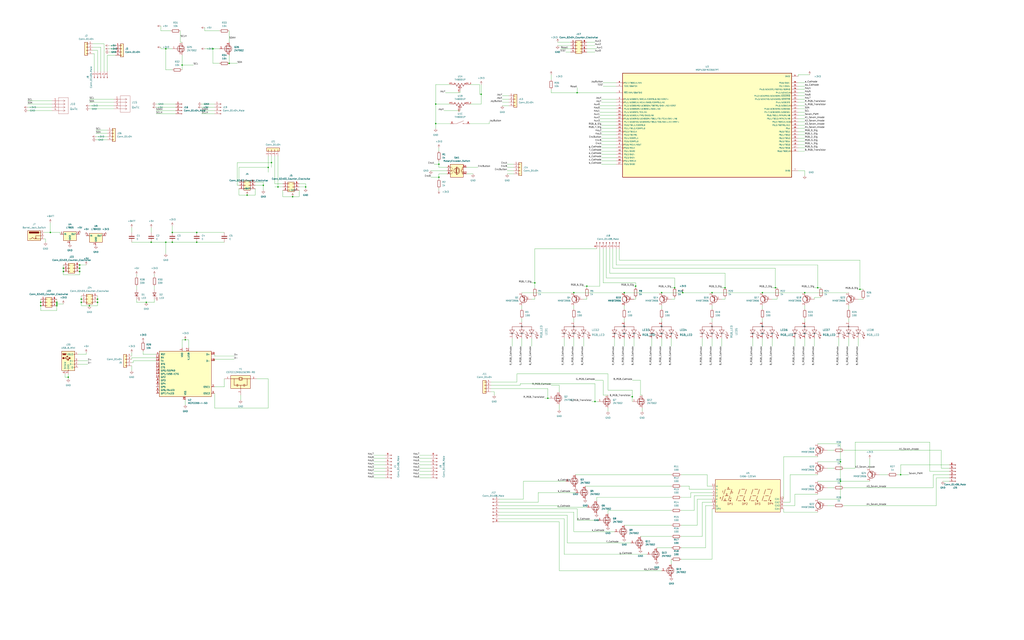
<source format=kicad_sch>
(kicad_sch (version 20211123) (generator eeschema)
  (paper "User" 799.998 499.999)
  (lib_symbols
    (symbol "CSTCE12M0G15C99-R0_OSC:CSTCE12M0G15C99-R0" (pin_names (offset 1.016) hide)
      (property "Reference" "Y" (at -7.62 6.35 0))
      (property "Value" "CSTCE12M0G15C99-R0" (at 1.27 -6.35 0))
      (symbol "CSTCE12M0G15C99-R0_0_0"
        (pin input line (at -12.7 2.54 0) (length 5.08) (name "~") (number "1"))
        (pin power_in line (at 0 -10.16 90) (length 5.08) (name "~") (number "2"))
        (pin output line (at 12.7 2.54 180) (length 5.08) (name "~") (number "3"))
      )
    )
    (symbol "Connector:Barrel_Jack_Switch" (pin_names hide)
      (property "Reference" "J" (at 0 5.334 0))
      (property "Value" "Barrel_Jack_Switch" (at 0 -5.08 0))
      (symbol "Barrel_Jack_Switch_1_1"
        (pin passive line (at 7.62 2.54 180) (length 2.54) (name "~") (number "1"))
        (pin passive line (at 7.62 -2.54 180) (length 2.54) (name "~") (number "2"))
        (pin passive line (at 7.62 0 180) (length 2.54) (name "~") (number "3"))
      )
    )
    (symbol "Connector:Conn_01x04_Male" (pin_names (offset 1.016) hide)
      (property "Reference" "J" (at 0 5.08 0))
      (property "Value" "Conn_01x04_Male" (at 0 -7.62 0))
      (symbol "Conn_01x04_Male_1_1"
        (pin passive line (at 5.08 2.54 180) (length 3.81) (name "Pin_1") (number "1"))
        (pin passive line (at 5.08 0 180) (length 3.81) (name "Pin_2") (number "2"))
        (pin passive line (at 5.08 -2.54 180) (length 3.81) (name "Pin_3") (number "3"))
        (pin passive line (at 5.08 -5.08 180) (length 3.81) (name "Pin_4") (number "4"))
      )
    )
    (symbol "Connector:Conn_01x05_Male" (pin_names (offset 1.016) hide)
      (property "Reference" "J" (at 0 7.62 0))
      (property "Value" "Conn_01x05_Male" (at 0 -7.62 0))
      (symbol "Conn_01x05_Male_1_1"
        (pin passive line (at 5.08 5.08 180) (length 3.81) (name "Pin_1") (number "1"))
        (pin passive line (at 5.08 2.54 180) (length 3.81) (name "Pin_2") (number "2"))
        (pin passive line (at 5.08 0 180) (length 3.81) (name "Pin_3") (number "3"))
        (pin passive line (at 5.08 -2.54 180) (length 3.81) (name "Pin_4") (number "4"))
        (pin passive line (at 5.08 -5.08 180) (length 3.81) (name "Pin_5") (number "5"))
      )
    )
    (symbol "Connector:Conn_01x06_Male" (pin_names (offset 1.016) hide)
      (property "Reference" "J" (at 0 7.62 0))
      (property "Value" "Conn_01x06_Male" (at 0 -10.16 0))
      (symbol "Conn_01x06_Male_1_1"
        (pin passive line (at 5.08 5.08 180) (length 3.81) (name "Pin_1") (number "1"))
        (pin passive line (at 5.08 2.54 180) (length 3.81) (name "Pin_2") (number "2"))
        (pin passive line (at 5.08 0 180) (length 3.81) (name "Pin_3") (number "3"))
        (pin passive line (at 5.08 -2.54 180) (length 3.81) (name "Pin_4") (number "4"))
        (pin passive line (at 5.08 -5.08 180) (length 3.81) (name "Pin_5") (number "5"))
        (pin passive line (at 5.08 -7.62 180) (length 3.81) (name "Pin_6") (number "6"))
      )
    )
    (symbol "Connector:Conn_01x08_Male" (pin_names (offset 1.016) hide)
      (property "Reference" "J" (at 0 10.16 0))
      (property "Value" "Conn_01x08_Male" (at 0 -12.7 0))
      (symbol "Conn_01x08_Male_1_1"
        (pin passive line (at 5.08 7.62 180) (length 3.81) (name "Pin_1") (number "1"))
        (pin passive line (at 5.08 5.08 180) (length 3.81) (name "Pin_2") (number "2"))
        (pin passive line (at 5.08 2.54 180) (length 3.81) (name "Pin_3") (number "3"))
        (pin passive line (at 5.08 0 180) (length 3.81) (name "Pin_4") (number "4"))
        (pin passive line (at 5.08 -2.54 180) (length 3.81) (name "Pin_5") (number "5"))
        (pin passive line (at 5.08 -5.08 180) (length 3.81) (name "Pin_6") (number "6"))
        (pin passive line (at 5.08 -7.62 180) (length 3.81) (name "Pin_7") (number "7"))
        (pin passive line (at 5.08 -10.16 180) (length 3.81) (name "Pin_8") (number "8"))
      )
    )
    (symbol "Connector:USB_B_Mini" (pin_names (offset 1.016))
      (property "Reference" "J" (at -5.08 11.43 0))
      (property "Value" "USB_B_Mini" (at -5.08 8.89 0))
      (symbol "USB_B_Mini_1_1"
        (pin power_out line (at 7.62 5.08 180) (length 2.54) (name "VBUS") (number "1"))
        (pin bidirectional line (at 7.62 -2.54 180) (length 2.54) (name "D-") (number "2"))
        (pin bidirectional line (at 7.62 0 180) (length 2.54) (name "D+") (number "3"))
        (pin passive line (at 7.62 -5.08 180) (length 2.54) (name "ID") (number "4"))
        (pin power_out line (at 0 -10.16 90) (length 2.54) (name "GND") (number "5"))
        (pin passive line (at -2.54 -10.16 90) (length 2.54) (name "Shield") (number "6"))
      )
    )
    (symbol "Connector_Generic:Conn_01x04" (pin_names (offset 1.016) hide)
      (property "Reference" "J" (at 0 5.08 0))
      (property "Value" "Conn_01x04" (at 0 -7.62 0))
      (symbol "Conn_01x04_1_1"
        (pin passive line (at -5.08 2.54 0) (length 3.81) (name "Pin_1") (number "1"))
        (pin passive line (at -5.08 0 0) (length 3.81) (name "Pin_2") (number "2"))
        (pin passive line (at -5.08 -2.54 0) (length 3.81) (name "Pin_3") (number "3"))
        (pin passive line (at -5.08 -5.08 0) (length 3.81) (name "Pin_4") (number "4"))
      )
    )
    (symbol "Connector_Generic:Conn_02x03_Counter_Clockwise" (pin_names (offset 1.016) hide)
      (property "Reference" "J" (at 1.27 5.08 0))
      (property "Value" "Conn_02x03_Counter_Clockwise" (at 1.27 -5.08 0))
      (symbol "Conn_02x03_Counter_Clockwise_1_1"
        (pin passive line (at -5.08 2.54 0) (length 3.81) (name "Pin_1") (number "1"))
        (pin passive line (at -5.08 0 0) (length 3.81) (name "Pin_2") (number "2"))
        (pin passive line (at -5.08 -2.54 0) (length 3.81) (name "Pin_3") (number "3"))
        (pin passive line (at 7.62 -2.54 180) (length 3.81) (name "Pin_4") (number "4"))
        (pin passive line (at 7.62 0 180) (length 3.81) (name "Pin_5") (number "5"))
        (pin passive line (at 7.62 2.54 180) (length 3.81) (name "Pin_6") (number "6"))
      )
    )
    (symbol "Connector_Generic:Conn_02x04_Counter_Clockwise" (pin_names (offset 1.016) hide)
      (property "Reference" "J" (at 1.27 5.08 0))
      (property "Value" "Conn_02x04_Counter_Clockwise" (at 1.27 -7.62 0))
      (symbol "Conn_02x04_Counter_Clockwise_1_1"
        (pin passive line (at -5.08 2.54 0) (length 3.81) (name "Pin_1") (number "1"))
        (pin passive line (at -5.08 0 0) (length 3.81) (name "Pin_2") (number "2"))
        (pin passive line (at -5.08 -2.54 0) (length 3.81) (name "Pin_3") (number "3"))
        (pin passive line (at -5.08 -5.08 0) (length 3.81) (name "Pin_4") (number "4"))
        (pin passive line (at 7.62 -5.08 180) (length 3.81) (name "Pin_5") (number "5"))
        (pin passive line (at 7.62 -2.54 180) (length 3.81) (name "Pin_6") (number "6"))
        (pin passive line (at 7.62 0 180) (length 3.81) (name "Pin_7") (number "7"))
        (pin passive line (at 7.62 2.54 180) (length 3.81) (name "Pin_8") (number "8"))
      )
    )
    (symbol "Device:C" (pin_numbers hide) (pin_names (offset 0.254))
      (property "Reference" "C" (at 0.635 2.54 0))
      (property "Value" "C" (at 0.635 -2.54 0))
      (symbol "C_1_1"
        (pin passive line (at 0 3.81 270) (length 2.794) (name "~") (number "1"))
        (pin passive line (at 0 -3.81 90) (length 2.794) (name "~") (number "2"))
      )
    )
    (symbol "Device:LED" (pin_numbers hide) (pin_names (offset 1.016) hide)
      (property "Reference" "D" (at 0 2.54 0))
      (property "Value" "LED" (at 0 -2.54 0))
      (symbol "LED_1_1"
        (pin passive line (at -3.81 0 0) (length 2.54) (name "K") (number "1"))
        (pin passive line (at 3.81 0 180) (length 2.54) (name "A") (number "2"))
      )
    )
    (symbol "Device:R" (pin_numbers hide) (pin_names (offset 0))
      (property "Reference" "R" (at 2.032 0 90))
      (property "Value" "R" (at 0 0 90))
      (symbol "R_1_1"
        (pin passive line (at 0 3.81 270) (length 1.27) (name "~") (number "1"))
        (pin passive line (at 0 -3.81 90) (length 1.27) (name "~") (number "2"))
      )
    )
    (symbol "Device:RotaryEncoder_Switch" (pin_names (offset 0.254) hide)
      (property "Reference" "SW" (at 0 6.604 0))
      (property "Value" "RotaryEncoder_Switch" (at 0 -6.604 0))
      (symbol "RotaryEncoder_Switch_1_1"
        (pin passive line (at -7.62 2.54 0) (length 2.54) (name "A") (number "A"))
        (pin passive line (at -7.62 -2.54 0) (length 2.54) (name "B") (number "B"))
        (pin passive line (at -7.62 0 0) (length 2.54) (name "C") (number "C"))
        (pin passive line (at 7.62 2.54 180) (length 2.54) (name "S1") (number "S1"))
        (pin passive line (at 7.62 -2.54 180) (length 2.54) (name "S2") (number "S2"))
      )
    )
    (symbol "Display_Character:CA56-12EWA"
      (property "Reference" "U" (at -24.13 13.97 0))
      (property "Value" "CA56-12EWA" (at 19.05 13.97 0))
      (symbol "CA56-12EWA_0_0"
        (text "a" (at -15.24 6.35 0) (effects (font (size 1.524 1.524))))
        (text "b" (at -12.192 2.794 0) (effects (font (size 1.524 1.524))))
        (text "c" (at -13.208 -1.778 0) (effects (font (size 1.524 1.524))))
        (text "d" (at -17.78 -2.794 0) (effects (font (size 1.524 1.524))))
        (text "DP1" (at -13.716 -6.35 0) (effects (font (size 1.524 1.524))))
        (text "DP2" (at -2.286 -6.35 0) (effects (font (size 1.524 1.524))))
        (text "DP3" (at 7.62 -6.35 0) (effects (font (size 1.524 1.524))))
        (text "DP4" (at 17.78 -6.096 0) (effects (font (size 1.524 1.524))))
        (text "e" (at -21.336 -1.524 0) (effects (font (size 1.524 1.524))))
        (text "f" (at -19.558 3.048 0) (effects (font (size 1.524 1.524))))
        (text "g" (at -16.51 1.524 0) (effects (font (size 1.524 1.524))))
      )
      (symbol "CA56-12EWA_1_1"
        (pin input line (at -27.94 -2.54 0) (length 2.54) (name "e") (number "1"))
        (pin input line (at -27.94 -5.08 0) (length 2.54) (name "f") (number "10"))
        (pin input line (at -27.94 7.62 0) (length 2.54) (name "a") (number "11"))
        (pin input line (at 27.94 -2.54 180) (length 2.54) (name "CA1") (number "12"))
        (pin input line (at -27.94 0 0) (length 2.54) (name "d") (number "2"))
        (pin input line (at -27.94 -10.16 0) (length 2.54) (name "DPX") (number "3"))
        (pin input line (at -27.94 2.54 0) (length 2.54) (name "c") (number "4"))
        (pin input line (at -27.94 -7.62 0) (length 2.54) (name "g") (number "5"))
        (pin input line (at 27.94 -10.16 180) (length 2.54) (name "CA4") (number "6"))
        (pin input line (at -27.94 5.08 0) (length 2.54) (name "b") (number "7"))
        (pin input line (at 27.94 -7.62 180) (length 2.54) (name "CA3") (number "8"))
        (pin input line (at 27.94 -5.08 180) (length 2.54) (name "CA2") (number "9"))
      )
    )
    (symbol "Interface_USB:MCP2200-I-SO" (pin_names (offset 1.016))
      (property "Reference" "U" (at -20.32 -19.05 0))
      (property "Value" "MCP2200-I-SO" (at -20.32 19.05 0))
      (symbol "MCP2200-I-SO_1_1"
        (pin power_in line (at -2.54 20.32 270) (length 2.54) (name "VDD") (number "1"))
        (pin output line (at -22.86 10.16 0) (length 2.54) (name "TX") (number "10"))
        (pin output line (at -22.86 7.62 0) (length 2.54) (name "RTS") (number "11"))
        (pin input line (at -22.86 12.7 0) (length 2.54) (name "RX") (number "12"))
        (pin input line (at -22.86 5.08 0) (length 2.54) (name "CTS") (number "13"))
        (pin bidirectional line (at -22.86 -2.54 0) (length 2.54) (name "GP2") (number "14"))
        (pin bidirectional line (at -22.86 0 0) (length 2.54) (name "GP1/USB-CFG") (number "15"))
        (pin bidirectional line (at -22.86 2.54 0) (length 2.54) (name "GP0/SSPND") (number "16"))
        (pin power_in line (at 2.54 20.32 270) (length 2.54) (name "V_USB") (number "17"))
        (pin bidirectional line (at 22.86 10.16 180) (length 2.54) (name "D-") (number "18"))
        (pin bidirectional line (at 22.86 15.24 180) (length 2.54) (name "D+") (number "19"))
        (pin input line (at 22.86 -10.16 180) (length 2.54) (name "OSC1") (number "2"))
        (pin power_in line (at 0 -20.32 90) (length 2.54) (name "VSS") (number "20"))
        (pin output line (at 22.86 -15.24 180) (length 2.54) (name "OSC2") (number "3"))
        (pin input line (at -22.86 15.24 0) (length 2.54) (name "RST") (number "4"))
        (pin bidirectional line (at -22.86 -15.24 0) (length 2.54) (name "GP7/TxLED") (number "5"))
        (pin bidirectional line (at -22.86 -12.7 0) (length 2.54) (name "GP6/RxLED") (number "6"))
        (pin bidirectional line (at -22.86 -10.16 0) (length 2.54) (name "GP5") (number "7"))
        (pin bidirectional line (at -22.86 -7.62 0) (length 2.54) (name "GP4") (number "8"))
        (pin bidirectional line (at -22.86 -5.08 0) (length 2.54) (name "GP3") (number "9"))
      )
    )
    (symbol "MSP430FR2355TPT:MSP430FR2355TPT" (pin_names (offset 1.016))
      (property "Reference" "U" (at -66.04 41.6306 0))
      (property "Value" "MSP430FR2355TPT" (at -66.04 -44.6278 0))
      (symbol "MSP430FR2355TPT_0_0"
        (pin bidirectional line (at -71.12 15.24 0) (length 5.08) (name "P1.2/UCB0SIMO/UCB0SDA/TB0TRG/OA0-/A2/VEREF") (number "1"))
        (pin bidirectional line (at -71.12 -12.7 0) (length 5.08) (name "P2.5/COMP1.0") (number "10"))
        (pin bidirectional line (at -71.12 -10.16 0) (length 5.08) (name "P2.4/COMP1.1") (number "11"))
        (pin bidirectional line (at 71.12 10.16 180) (length 5.08) (name "P4.7/UCB1SOMI/UCB1SCL") (number "12"))
        (pin bidirectional line (at 71.12 12.7 180) (length 5.08) (name "P4.6/UCB1SIMO/UCB1SDA") (number "13"))
        (pin bidirectional clock (at 71.12 15.24 180) (length 5.08) (name "P4.5/UCB1CLK") (number "14"))
        (pin bidirectional line (at 71.12 17.78 180) (length 5.08) (name "P4.4/UCB1STE") (number "15"))
        (pin bidirectional clock (at 71.12 -20.32 180) (length 5.08) (name "P6.6/TB3CLK") (number "16"))
        (pin bidirectional line (at 71.12 -17.78 180) (length 5.08) (name "P6.5/TB3.6") (number "17"))
        (pin bidirectional line (at 71.12 -15.24 180) (length 5.08) (name "P6.4/TB3.5") (number "18"))
        (pin bidirectional line (at 71.12 -12.7 180) (length 5.08) (name "P6.3/TB3.4") (number "19"))
        (pin bidirectional clock (at -71.12 17.78 0) (length 5.08) (name "P1.1/UCB0CLK/ACLK/OA0O/COMP0.1/A1") (number "2"))
        (pin bidirectional line (at 71.12 -10.16 180) (length 5.08) (name "P6.2/TB3.3") (number "20"))
        (pin bidirectional line (at 71.12 -7.62 180) (length 5.08) (name "P6.1/TB3.2") (number "21"))
        (pin bidirectional line (at 71.12 -5.08 180) (length 5.08) (name "P6.0/TB3.1") (number "22"))
        (pin bidirectional line (at 71.12 20.32 180) (length 5.08) (name "P4.3/UCA1TXD/UCA1SIMO/~{UCA1TXD}") (number "23"))
        (pin bidirectional line (at 71.12 22.86 180) (length 5.08) (name "P4.2/UCA1RXD/UCA1SOMI/~{UCA1RXD}") (number "24"))
        (pin bidirectional clock (at 71.12 25.4 180) (length 5.08) (name "P4.1/UCA1CLK") (number "25"))
        (pin bidirectional line (at 71.12 27.94 180) (length 5.08) (name "P4.0/UCA1STE/ISOTXD/ISORXD") (number "26"))
        (pin bidirectional line (at -71.12 -7.62 0) (length 5.08) (name "P2.3/TB1TRG") (number "27"))
        (pin bidirectional clock (at -71.12 -5.08 0) (length 5.08) (name "P2.2/TB1CLK") (number "28"))
        (pin bidirectional line (at -71.12 -2.54 0) (length 5.08) (name "P2.1/TB1.2/COMP1.O") (number "29"))
        (pin bidirectional clock (at -71.12 20.32 0) (length 5.08) (name "P1.0/UCB0STE/SMCLK/COMP0.0/A0/VEREF+") (number "3"))
        (pin bidirectional line (at -71.12 0 0) (length 5.08) (name "P2.0/TB1.1/COMP0.O") (number "30"))
        (pin bidirectional line (at -71.12 2.54 0) (length 5.08) (name "P1.7/UCA0TXD/UCA0SIMO/TB0.2/TDO/OA1+/A7/VREF+") (number "31"))
        (pin bidirectional clock (at -71.12 5.08 0) (length 5.08) (name "P1.6/UCA0RXD/UCA0SOMI/TB0.1/TDI/TCLK/OA1-/A6") (number "32"))
        (pin bidirectional clock (at -71.12 7.62 0) (length 5.08) (name "P1.5/UCA0CLK/TMS/OA1O/A5") (number "33"))
        (pin bidirectional line (at -71.12 10.16 0) (length 5.08) (name "P1.4/UCA0STE/TCK/A4") (number "34"))
        (pin bidirectional line (at 71.12 30.48 180) (length 5.08) (name "P3.7/OA3+") (number "35"))
        (pin bidirectional line (at 71.12 33.02 180) (length 5.08) (name "P3.6/OA3-") (number "36"))
        (pin bidirectional line (at -71.12 -30.48 0) (length 5.08) (name "P3.5/OA3O") (number "37"))
        (pin bidirectional clock (at -71.12 -27.94 0) (length 5.08) (name "P3.4/SMCLK") (number "38"))
        (pin bidirectional line (at 71.12 -2.54 180) (length 5.08) (name "P5.4") (number "39"))
        (pin input line (at -71.12 30.48 0) (length 5.08) (name "TEST/SBWTCK") (number "4"))
        (pin bidirectional line (at 71.12 0 180) (length 5.08) (name "P5.3/TB2TRG/A11") (number "40"))
        (pin bidirectional clock (at 71.12 2.54 180) (length 5.08) (name "P5.2/TB2CLK/A10") (number "41"))
        (pin bidirectional line (at 71.12 5.08 180) (length 5.08) (name "P5.1/TB2.2/MFM.TX/A9") (number "42"))
        (pin bidirectional line (at 71.12 7.62 180) (length 5.08) (name "P5.0/TB2.1/MFM.RX/A8") (number "43"))
        (pin bidirectional line (at -71.12 -25.4 0) (length 5.08) (name "P3.3/OA2+") (number "44"))
        (pin bidirectional line (at -71.12 -22.86 0) (length 5.08) (name "P3.2/OA2-") (number "45"))
        (pin bidirectional line (at -71.12 -20.32 0) (length 5.08) (name "P3.1/OA2O") (number "46"))
        (pin bidirectional clock (at -71.12 -17.78 0) (length 5.08) (name "P3.0/MCLK") (number "47"))
        (pin bidirectional line (at -71.12 12.7 0) (length 5.08) (name "P1.3/UCB0SOMI/UCB0SCL/OA0+/A3") (number "48"))
        (pin bidirectional line (at -71.12 25.4 0) (length 5.08) (name "~{RST}/NMI/SBWTDIO") (number "5"))
        (pin power_in line (at 71.12 38.1 180) (length 5.08) (name "DVCC") (number "6"))
        (pin power_in line (at 71.12 -35.56 180) (length 5.08) (name "DVSS") (number "7"))
        (pin input clock (at -71.12 33.02 0) (length 5.08) (name "P2.7/TB0CLK/XIN") (number "8"))
        (pin bidirectional clock (at -71.12 -15.24 0) (length 5.08) (name "P2.6/MCLK/XOUT") (number "9"))
      )
    )
    (symbol "RGB_LED:WP154A4SEJ3VBDZGC_CA" (pin_names (offset 0.254))
      (property "Reference" "LED" (at 5.08 -11.43 0))
      (property "Value" "WP154A4SEJ3VBDZGC/CA" (at 5.08 -14.605 0))
      (symbol "WP154A4SEJ3VBDZGC_CA_1_1"
        (pin unspecified line (at 12.7 -7.62 180) (length 2.54) (name "1") (number "1"))
        (pin unspecified line (at 0 0 0) (length 2.54) (name "2") (number "2"))
        (pin unspecified line (at 12.7 0 180) (length 2.54) (name "3") (number "3"))
        (pin unspecified line (at 12.7 7.62 180) (length 2.54) (name "4") (number "4"))
      )
      (symbol "WP154A4SEJ3VBDZGC_CA_1_2"
        (pin unspecified line (at 10.16 12.7 270) (length 2.54) (name "1") (number "1"))
        (pin unspecified line (at 0 0 90) (length 2.54) (name "2") (number "2"))
        (pin unspecified line (at 0 12.7 270) (length 2.54) (name "3") (number "3"))
        (pin unspecified line (at -10.16 12.7 270) (length 2.54) (name "4") (number "4"))
      )
    )
    (symbol "Regulator_Linear:L7805" (pin_names (offset 0.254))
      (property "Reference" "U" (at -3.81 3.175 0))
      (property "Value" "L7805" (at 0 3.175 0))
      (symbol "L7805_1_1"
        (pin power_in line (at -7.62 0 0) (length 2.54) (name "IN") (number "1"))
        (pin power_in line (at 0 -7.62 90) (length 2.54) (name "GND") (number "2"))
        (pin power_out line (at 7.62 0 180) (length 2.54) (name "OUT") (number "3"))
      )
    )
    (symbol "THB001P:THB001P" (pin_names (offset 1.016))
      (property "Reference" "U" (at -5.08 5.08 0))
      (property "Value" "THB001P" (at -5.08 2.54 0))
      (symbol "THB001P_1_0"
        (pin passive line (at -7.62 0 0) (length 2.54) (name "~") (number "VR1_1"))
        (pin passive line (at 0 -5.08 90) (length 2.54) (name "~") (number "VR1_2"))
        (pin passive line (at 7.62 0 180) (length 2.54) (name "~") (number "VR1_3"))
      )
      (symbol "THB001P_2_0"
        (pin passive line (at -7.62 0 0) (length 2.54) (name "~") (number "VR2_1"))
        (pin passive line (at 0 -5.08 90) (length 2.54) (name "~") (number "VR2_2"))
        (pin passive line (at 7.62 0 180) (length 2.54) (name "~") (number "VR2_3"))
      )
      (symbol "THB001P_3_0"
        (pin passive line (at 7.62 0 180) (length 2.54) (name "~") (number "A"))
        (pin passive line (at 7.62 0 180) (length 2.54) (name "~") (number "B"))
        (pin passive line (at -7.62 0 0) (length 2.54) (name "~") (number "C"))
        (pin passive line (at -7.62 0 0) (length 2.54) (name "~") (number "D"))
      )
    )
    (symbol "Transistor_BJT:MMBT3906" (pin_names (offset 0) hide)
      (property "Reference" "Q" (at 5.08 1.905 0))
      (property "Value" "MMBT3906" (at 5.08 0 0))
      (symbol "MMBT3906_1_1"
        (pin input line (at -5.08 0 0) (length 5.715) (name "B") (number "1"))
        (pin passive line (at 2.54 -5.08 90) (length 2.54) (name "E") (number "2"))
        (pin passive line (at 2.54 5.08 270) (length 2.54) (name "C") (number "3"))
      )
    )
    (symbol "Transistor_FET:2N7002" (pin_names hide)
      (property "Reference" "Q" (at 5.08 1.905 0))
      (property "Value" "2N7002" (at 5.08 0 0))
      (symbol "2N7002_1_1"
        (pin input line (at -5.08 0 0) (length 2.54) (name "G") (number "1"))
        (pin passive line (at 2.54 -5.08 90) (length 2.54) (name "S") (number "2"))
        (pin passive line (at 2.54 5.08 270) (length 2.54) (name "D") (number "3"))
      )
    )
    (symbol "power:+3.3V" (power) (pin_names (offset 0))
      (property "Value" "+3.3V" (at 0 3.556 0))
      (symbol "+3.3V_1_1"
        (pin power_in line (at 0 0 90) (length 0) hide (name "+3V3") (number "1"))
      )
    )
    (symbol "power:+5V" (power) (pin_names (offset 0))
      (property "Value" "+5V" (at 0 3.556 0))
      (symbol "+5V_1_1"
        (pin power_in line (at 0 0 90) (length 0) hide (name "+5V") (number "1"))
      )
    )
    (symbol "power:+BATT" (power) (pin_names (offset 0))
      (property "Value" "+BATT" (at 0 3.556 0))
      (symbol "+BATT_1_1"
        (pin power_in line (at 0 0 90) (length 0) hide (name "+BATT") (number "1"))
      )
    )
    (symbol "power:GND" (power) (pin_names (offset 0))
      (property "Value" "GND" (at 0 -3.81 0))
      (symbol "GND_1_1"
        (pin power_in line (at 0 0 270) (length 0) hide (name "GND") (number "1"))
      )
    )
    (symbol "qwiic:PRT-16766" (pin_names (offset 0.254) hide)
      (property "Reference" "J" (at 8.89 6.35 0))
      (property "Value" "PRT-16766" (at 10.16 -5.08 0))
      (symbol "PRT-16766_1_1"
        (pin unspecified line (at 0 0 0) (length 5.08) (name "1") (number "1"))
        (pin unspecified line (at 0 -2.54 0) (length 5.08) (name "2") (number "2"))
        (pin unspecified line (at 0 -5.08 0) (length 5.08) (name "3") (number "3"))
        (pin unspecified line (at 0 -7.62 0) (length 5.08) (name "4") (number "4"))
      )
    )
  )
  (junction (at 556.26 228.6))
  (junction (at 458.47 223.52))
  (junction (at 144.78 265.43))
  (junction (at 63.5 233.68))
  (junction (at 129.54 38.1))
  (junction (at 153.67 181.61))
  (junction (at 638.81 224.79))
  (junction (at 703.58 370.84))
  (junction (at 118.11 189.23))
  (junction (at 228.6 153.67))
  (junction (at 656.59 375.92))
  (junction (at 427.99 311.15))
  (junction (at 533.4 228.6))
  (junction (at 69.85 238.76))
  (junction (at 134.62 189.23))
  (junction (at 62.23 207.01))
  (junction (at 114.3 236.22))
  (junction (at 63.5 236.22))
  (junction (at 129.54 189.23))
  (junction (at 516.89 228.6))
  (junction (at 417.83 220.98))
  (junction (at 496.57 223.52))
  (junction (at 134.62 181.61))
  (junction (at 527.05 224.79))
  (junction (at 44.45 236.22))
  (junction (at 49.53 209.55))
  (junction (at 62.23 212.09))
  (junction (at 179.07 49.53))
  (junction (at 340.36 96.52))
  (junction (at 656.59 360.68))
  (junction (at 217.17 146.05))
  (junction (at 142.24 50.8))
  (junction (at 44.45 237.49))
  (junction (at 566.42 224.79))
  (junction (at 450.85 72.39))
  (junction (at 209.55 130.81))
  (junction (at 31.75 238.76))
  (junction (at 39.37 181.61))
  (junction (at 375.92 73.66))
  (junction (at 62.23 209.55))
  (junction (at 166.37 38.1))
  (junction (at 76.2 236.22))
  (junction (at 448.31 228.6))
  (junction (at 49.53 212.09))
  (junction (at 671.83 226.06))
  (junction (at 76.2 233.68))
  (junction (at 464.82 313.69))
  (junction (at 605.79 224.79))
  (junction (at 31.75 236.22))
  (junction (at 193.04 152.4))
  (junction (at 494.03 309.88))
  (junction (at 340.36 81.28))
  (junction (at 342.9 128.27))
  (junction (at 595.63 228.6))
  (junction (at 205.74 144.78))
  (junction (at 342.9 138.43))
  (junction (at 44.45 238.76))
  (junction (at 238.76 146.05))
  (junction (at 628.65 228.6))
  (junction (at 212.09 127))
  (junction (at 53.34 294.64))
  (junction (at 153.67 189.23))
  (junction (at 487.68 228.6))
  (wire (pts (xy 544.83 389.89) (xy 544.83 410.21)))
  (wire (pts (xy 474.98 304.8) (xy 494.03 304.8)))
  (wire (pts (xy 121.92 276.86) (xy 111.76 276.86)))
  (wire (pts (xy 538.48 379.73) (xy 532.13 379.73)))
  (wire (pts (xy 327.66 355.6) (xy 336.55 355.6)))
  (wire (pts (xy 623.57 58.42) (xy 623.57 59.69)))
  (wire (pts (xy 736.6 375.92) (xy 741.68 375.92)))
  (wire (pts (xy 603.25 233.68) (xy 607.06 233.68)))
  (wire (pts (xy 448.31 400.05) (xy 448.31 415.29)))
  (wire (pts (xy 623.57 100.33) (xy 628.65 100.33)))
  (wire (pts (xy 160.02 24.13) (xy 171.45 24.13)))
  (wire (pts (xy 292.1 363.22) (xy 300.99 363.22)))
  (wire (pts (xy 621.03 386.08) (xy 638.81 386.08)))
  (wire (pts (xy 205.74 142.24) (xy 205.74 144.78)))
  (wire (pts (xy 62.23 212.09) (xy 62.23 214.63)))
  (wire (pts (xy 471.17 67.31) (xy 481.33 67.31)))
  (wire (pts (xy 142.24 271.78) (xy 142.24 265.43)))
  (wire (pts (xy 487.68 264.16) (xy 487.68 270.51)))
  (wire (pts (xy 436.88 316.23) (xy 436.88 320.04)))
  (wire (pts (xy 487.68 238.76) (xy 487.68 241.3)))
  (wire (pts (xy 167.64 278.13) (xy 167.64 276.86)))
  (wire (pts (xy 121.92 83.82) (xy 137.16 83.82)))
  (wire (pts (xy 623.57 74.93) (xy 628.65 74.93)))
  (wire (pts (xy 349.25 133.35) (xy 336.55 133.35)))
  (wire (pts (xy 636.27 224.79) (xy 638.81 224.79)))
  (wire (pts (xy 35.56 189.23) (xy 35.56 186.69)))
  (wire (pts (xy 238.76 146.05) (xy 238.76 147.32)))
  (wire (pts (xy 487.68 410.21) (xy 524.51 410.21)))
  (wire (pts (xy 209.55 295.91) (xy 200.66 295.91)))
  (wire (pts (xy 469.9 128.27) (xy 481.33 128.27)))
  (wire (pts (xy 469.9 120.65) (xy 481.33 120.65)))
  (wire (pts (xy 551.18 427.99) (xy 532.13 427.99)))
  (wire (pts (xy 623.57 64.77) (xy 628.65 64.77)))
  (wire (pts (xy 628.65 133.35) (xy 628.65 137.16)))
  (wire (pts (xy 62.23 214.63) (xy 49.53 214.63)))
  (wire (pts (xy 44.45 242.57) (xy 31.75 242.57)))
  (wire (pts (xy 142.24 265.43) (xy 144.78 265.43)))
  (wire (pts (xy 406.4 299.72) (xy 464.82 299.72)))
  (wire (pts (xy 679.45 358.14) (xy 679.45 365.76)))
  (wire (pts (xy 157.48 88.9) (xy 167.64 88.9)))
  (wire (pts (xy 440.69 264.16) (xy 440.69 270.51)))
  (wire (pts (xy 76.2 231.14) (xy 76.2 233.68)))
  (wire (pts (xy 375.92 81.28) (xy 375.92 73.66)))
  (wire (pts (xy 62.23 207.01) (xy 67.31 207.01)))
  (wire (pts (xy 106.68 214.63) (xy 106.68 215.9)))
  (wire (pts (xy 483.87 203.2) (xy 671.83 203.2)))
  (wire (pts (xy 469.9 113.03) (xy 481.33 113.03)))
  (wire (pts (xy 49.53 237.49) (xy 44.45 237.49)))
  (wire (pts (xy 144.78 312.42) (xy 144.78 316.23)))
  (wire (pts (xy 406.4 300.99) (xy 406.4 299.72)))
  (wire (pts (xy 556.26 394.97) (xy 551.18 394.97)))
  (wire (pts (xy 186.69 130.81) (xy 209.55 130.81)))
  (wire (pts (xy 44.45 237.49) (xy 44.45 238.76)))
  (wire (pts (xy 623.57 110.49) (xy 628.65 110.49)))
  (wire (pts (xy 217.17 121.92) (xy 217.17 146.05)))
  (wire (pts (xy 516.89 228.6) (xy 533.4 228.6)))
  (wire (pts (xy 623.57 97.79) (xy 628.65 97.79)))
  (wire (pts (xy 458.47 35.56) (xy 464.82 35.56)))
  (wire (pts (xy 471.17 64.77) (xy 481.33 64.77)))
  (wire (pts (xy 403.86 298.45) (xy 403.86 292.1)))
  (wire (pts (xy 588.01 264.16) (xy 588.01 270.51)))
  (wire (pts (xy 104.14 281.94) (xy 104.14 283.21)))
  (wire (pts (xy 134.62 54.61) (xy 129.54 54.61)))
  (wire (pts (xy 120.65 214.63) (xy 120.65 215.9)))
  (wire (pts (xy 469.9 123.19) (xy 481.33 123.19)))
  (wire (pts (xy 389.89 407.67) (xy 436.88 407.67)))
  (wire (pts (xy 495.3 233.68) (xy 496.57 233.68)))
  (wire (pts (xy 556.26 389.89) (xy 544.83 389.89)))
  (wire (pts (xy 500.38 308.61) (xy 501.65 308.61)))
  (wire (pts (xy 458.47 40.64) (xy 464.82 40.64)))
  (wire (pts (xy 31.75 233.68) (xy 31.75 236.22)))
  (wire (pts (xy 476.25 194.31) (xy 476.25 213.36)))
  (wire (pts (xy 656.59 346.71) (xy 656.59 360.68)))
  (wire (pts (xy 741.68 370.84) (xy 728.98 370.84)))
  (wire (pts (xy 111.76 276.86) (xy 111.76 274.32)))
  (wire (pts (xy 85.09 38.1) (xy 90.17 38.1)))
  (wire (pts (xy 494.03 309.88) (xy 494.03 313.69)))
  (wire (pts (xy 50.8 294.64) (xy 53.34 294.64)))
  (wire (pts (xy 76.2 238.76) (xy 69.85 238.76)))
  (wire (pts (xy 49.53 209.55) (xy 49.53 212.09)))
  (wire (pts (xy 407.67 248.92) (xy 407.67 251.46)))
  (wire (pts (xy 516.89 248.92) (xy 516.89 251.46)))
  (wire (pts (xy 566.42 232.41) (xy 566.42 233.68)))
  (wire (pts (xy 327.66 368.3) (xy 336.55 368.3)))
  (wire (pts (xy 628.65 238.76) (xy 628.65 241.3)))
  (wire (pts (xy 548.64 419.1) (xy 532.13 419.1)))
  (wire (pts (xy 455.93 264.16) (xy 455.93 270.51)))
  (wire (pts (xy 199.39 144.78) (xy 205.74 144.78)))
  (wire (pts (xy 524.51 388.62) (xy 466.09 388.62)))
  (wire (pts (xy 367.03 81.28) (xy 375.92 81.28)))
  (wire (pts (xy 121.92 281.94) (xy 104.14 281.94)))
  (wire (pts (xy 735.33 365.76) (xy 735.33 351.79)))
  (wire (pts (xy 474.98 292.1) (xy 474.98 304.8)))
  (wire (pts (xy 81.28 34.29) (xy 72.39 34.29)))
  (wire (pts (xy 542.29 387.35) (xy 542.29 398.78)))
  (wire (pts (xy 623.57 115.57) (xy 628.65 115.57)))
  (wire (pts (xy 349.25 135.89) (xy 342.9 135.89)))
  (wire (pts (xy 167.64 318.77) (xy 209.55 318.77)))
  (wire (pts (xy 628.65 264.16) (xy 628.65 270.51)))
  (wire (pts (xy 427.99 303.53) (xy 427.99 311.15)))
  (wire (pts (xy 157.48 83.82) (xy 167.64 83.82)))
  (wire (pts (xy 69.85 82.55) (xy 88.9 82.55)))
  (wire (pts (xy 436.88 407.67) (xy 436.88 445.77)))
  (wire (pts (xy 342.9 147.32) (xy 342.9 148.59)))
  (wire (pts (xy 21.59 86.36) (xy 40.64 86.36)))
  (wire (pts (xy 102.87 177.8) (xy 102.87 181.61)))
  (wire (pts (xy 487.68 228.6) (xy 516.89 228.6)))
  (wire (pts (xy 327.66 373.38) (xy 336.55 373.38)))
  (wire (pts (xy 125.73 38.1) (xy 125.73 36.83)))
  (wire (pts (xy 741.68 363.22) (xy 703.58 363.22)))
  (wire (pts (xy 166.37 38.1) (xy 171.45 38.1)))
  (wire (pts (xy 448.31 228.6) (xy 487.68 228.6)))
  (wire (pts (xy 153.67 181.61) (xy 175.26 181.61)))
  (wire (pts (xy 659.13 381) (xy 728.98 381)))
  (wire (pts (xy 636.27 264.16) (xy 636.27 270.51)))
  (wire (pts (xy 551.18 394.97) (xy 551.18 427.99)))
  (wire (pts (xy 342.9 138.43) (xy 342.9 139.7)))
  (wire (pts (xy 566.42 213.36) (xy 566.42 224.79)))
  (wire (pts (xy 417.83 220.98) (xy 415.29 220.98)))
  (wire (pts (xy 292.1 370.84) (xy 300.99 370.84)))
  (wire (pts (xy 668.02 345.44) (xy 668.02 365.76)))
  (wire (pts (xy 327.66 365.76) (xy 336.55 365.76)))
  (wire (pts (xy 436.88 445.77) (xy 516.89 445.77)))
  (wire (pts (xy 53.34 294.64) (xy 53.34 295.91)))
  (wire (pts (xy 469.9 125.73) (xy 481.33 125.73)))
  (wire (pts (xy 81.28 55.88) (xy 81.28 34.29)))
  (wire (pts (xy 623.57 102.87) (xy 628.65 102.87)))
  (wire (pts (xy 389.89 392.43) (xy 420.37 392.43)))
  (wire (pts (xy 655.32 264.16) (xy 655.32 270.51)))
  (wire (pts (xy 142.24 50.8) (xy 151.13 50.8)))
  (wire (pts (xy 455.93 223.52) (xy 458.47 223.52)))
  (wire (pts (xy 383.54 303.53) (xy 427.99 303.53)))
  (wire (pts (xy 339.09 128.27) (xy 342.9 128.27)))
  (wire (pts (xy 292.1 355.6) (xy 300.99 355.6)))
  (wire (pts (xy 509.27 264.16) (xy 509.27 270.51)))
  (wire (pts (xy 516.89 264.16) (xy 516.89 270.51)))
  (wire (pts (xy 407.67 238.76) (xy 407.67 241.3)))
  (wire (pts (xy 167.64 280.67) (xy 182.88 280.67)))
  (wire (pts (xy 374.65 73.66) (xy 375.92 73.66)))
  (wire (pts (xy 21.59 81.28) (xy 40.64 81.28)))
  (wire (pts (xy 102.87 275.59) (xy 102.87 278.13)))
  (wire (pts (xy 359.41 72.39) (xy 359.41 71.12)))
  (wire (pts (xy 623.57 113.03) (xy 628.65 113.03)))
  (wire (pts (xy 351.79 66.04) (xy 340.36 66.04)))
  (wire (pts (xy 44.45 238.76) (xy 44.45 242.57)))
  (wire (pts (xy 656.59 360.68) (xy 656.59 375.92)))
  (wire (pts (xy 400.05 264.16) (xy 400.05 270.51)))
  (wire (pts (xy 121.92 279.4) (xy 102.87 279.4)))
  (wire (pts (xy 468.63 194.31) (xy 468.63 223.52)))
  (wire (pts (xy 670.56 233.68) (xy 674.37 233.68)))
  (wire (pts (xy 468.63 95.25) (xy 481.33 95.25)))
  (wire (pts (xy 327.66 370.84) (xy 336.55 370.84)))
  (wire (pts (xy 595.63 238.76) (xy 595.63 241.3)))
  (wire (pts (xy 193.04 152.4) (xy 199.39 152.4)))
  (wire (pts (xy 457.2 379.73) (xy 524.51 379.73)))
  (wire (pts (xy 50.8 292.1) (xy 50.8 294.64)))
  (wire (pts (xy 474.98 398.78) (xy 474.98 401.32)))
  (wire (pts (xy 73.66 41.91) (xy 72.39 41.91)))
  (wire (pts (xy 129.54 189.23) (xy 134.62 189.23)))
  (wire (pts (xy 741.68 373.38) (xy 731.52 373.38)))
  (wire (pts (xy 327.66 360.68) (xy 336.55 360.68)))
  (wire (pts (xy 31.75 242.57) (xy 31.75 238.76)))
  (wire (pts (xy 427.99 311.15) (xy 429.26 311.15)))
  (wire (pts (xy 408.94 389.89) (xy 408.94 375.92)))
  (wire (pts (xy 474.98 318.77) (xy 474.98 321.31)))
  (wire (pts (xy 292.1 365.76) (xy 300.99 365.76)))
  (wire (pts (xy 469.9 115.57) (xy 481.33 115.57)))
  (wire (pts (xy 134.62 181.61) (xy 153.67 181.61)))
  (wire (pts (xy 417.83 233.68) (xy 417.83 232.41)))
  (wire (pts (xy 430.53 72.39) (xy 430.53 69.85)))
  (wire (pts (xy 671.83 226.06) (xy 674.37 226.06)))
  (wire (pts (xy 187.96 308.61) (xy 187.96 312.42)))
  (wire (pts (xy 62.23 207.01) (xy 62.23 209.55)))
  (wire (pts (xy 450.85 68.58) (xy 450.85 72.39)))
  (wire (pts (xy 186.69 147.32) (xy 186.69 152.4)))
  (wire (pts (xy 125.73 24.13) (xy 133.35 24.13)))
  (wire (pts (xy 659.13 351.79) (xy 735.33 351.79)))
  (wire (pts (xy 539.75 384.81) (xy 556.26 384.81)))
  (wire (pts (xy 233.68 153.67) (xy 233.68 148.59)))
  (wire (pts (xy 492.76 309.88) (xy 494.03 309.88)))
  (wire (pts (xy 336.55 138.43) (xy 342.9 138.43)))
  (wire (pts (xy 129.54 189.23) (xy 129.54 198.12)))
  (wire (pts (xy 481.33 72.39) (xy 450.85 72.39)))
  (wire (pts (xy 386.08 306.07) (xy 383.54 306.07)))
  (wire (pts (xy 31.75 236.22) (xy 31.75 238.76)))
  (wire (pts (xy 728.98 370.84) (xy 728.98 381)))
  (wire (pts (xy 347.98 72.39) (xy 359.41 72.39)))
  (wire (pts (xy 69.85 238.76) (xy 63.5 238.76)))
  (wire (pts (xy 471.17 220.98) (xy 496.57 220.98)))
  (wire (pts (xy 118.11 189.23) (xy 129.54 189.23)))
  (wire (pts (xy 199.39 142.24) (xy 205.74 142.24)))
  (wire (pts (xy 367.03 96.52) (xy 382.27 96.52)))
  (wire (pts (xy 641.35 232.41) (xy 636.27 232.41)))
  (wire (pts (xy 140.97 33.02) (xy 142.24 33.02)))
  (wire (pts (xy 563.88 224.79) (xy 566.42 224.79)))
  (wire (pts (xy 392.43 82.55) (xy 397.51 82.55)))
  (wire (pts (xy 74.93 109.22) (xy 83.82 109.22)))
  (wire (pts (xy 121.92 88.9) (xy 137.16 88.9)))
  (wire (pts (xy 102.87 285.75) (xy 102.87 289.56)))
  (wire (pts (xy 516.89 238.76) (xy 516.89 241.3)))
  (wire (pts (xy 623.57 85.09) (xy 628.65 85.09)))
  (wire (pts (xy 435.61 394.97) (xy 435.61 396.24)))
  (wire (pts (xy 441.96 40.64) (xy 445.77 40.64)))
  (wire (pts (xy 621.03 394.97) (xy 621.03 386.08)))
  (wire (pts (xy 34.29 181.61) (xy 39.37 181.61)))
  (wire (pts (xy 435.61 33.02) (xy 445.77 33.02)))
  (wire (pts (xy 464.82 299.72) (xy 464.82 313.69)))
  (wire (pts (xy 233.68 143.51) (xy 238.76 143.51)))
  (wire (pts (xy 638.81 207.01) (xy 638.81 224.79)))
  (wire (pts (xy 638.81 389.89) (xy 656.59 389.89)))
  (wire (pts (xy 382.27 96.52) (xy 382.27 95.25)))
  (wire (pts (xy 186.69 152.4) (xy 193.04 152.4)))
  (wire (pts (xy 90.17 43.18) (xy 83.82 43.18)))
  (wire (pts (xy 612.14 397.51) (xy 612.14 400.05)))
  (wire (pts (xy 408.94 375.92) (xy 441.96 375.92)))
  (wire (pts (xy 76.2 39.37) (xy 72.39 39.37)))
  (wire (pts (xy 563.88 264.16) (xy 563.88 270.51)))
  (wire (pts (xy 556.26 436.88) (xy 532.13 436.88)))
  (wire (pts (xy 179.07 43.18) (xy 179.07 49.53)))
  (wire (pts (xy 129.54 54.61) (xy 129.54 38.1)))
  (wire (pts (xy 632.46 58.42) (xy 623.57 58.42)))
  (wire (pts (xy 566.42 233.68) (xy 563.88 233.68)))
  (wire (pts (xy 415.29 233.68) (xy 417.83 233.68)))
  (wire (pts (xy 612.14 400.05) (xy 638.81 400.05)))
  (wire (pts (xy 214.63 146.05) (xy 217.17 146.05)))
  (wire (pts (xy 327.66 363.22) (xy 336.55 363.22)))
  (wire (pts (xy 292.1 373.38) (xy 300.99 373.38)))
  (wire (pts (xy 524.51 224.79) (xy 527.05 224.79)))
  (wire (pts (xy 603.25 264.16) (xy 603.25 270.51)))
  (wire (pts (xy 396.24 128.27) (xy 401.32 128.27)))
  (wire (pts (xy 556.26 379.73) (xy 552.45 379.73)))
  (wire (pts (xy 106.68 233.68) (xy 106.68 236.22)))
  (wire (pts (xy 85.09 35.56) (xy 90.17 35.56)))
  (wire (pts (xy 125.73 24.13) (xy 125.73 20.32)))
  (wire (pts (xy 731.52 373.38) (xy 731.52 394.97)))
  (wire (pts (xy 623.57 90.17) (xy 628.65 90.17)))
  (wire (pts (xy 364.49 130.81) (xy 373.38 130.81)))
  (wire (pts (xy 659.13 365.76) (xy 668.02 365.76)))
  (wire (pts (xy 39.37 173.99) (xy 39.37 181.61)))
  (wire (pts (xy 703.58 370.84) (xy 709.93 370.84)))
  (wire (pts (xy 539.75 388.62) (xy 539.75 384.81)))
  (wire (pts (xy 496.57 224.79) (xy 496.57 223.52)))
  (wire (pts (xy 500.38 297.18) (xy 494.03 297.18)))
  (wire (pts (xy 703.58 363.22) (xy 703.58 370.84)))
  (wire (pts (xy 417.83 220.98) (xy 417.83 224.79)))
  (wire (pts (xy 212.09 127) (xy 212.09 121.92)))
  (wire (pts (xy 468.63 87.63) (xy 481.33 87.63)))
  (wire (pts (xy 548.64 392.43) (xy 548.64 419.1)))
  (wire (pts (xy 468.63 82.55) (xy 481.33 82.55)))
  (wire (pts (xy 595.63 228.6) (xy 628.65 228.6)))
  (wire (pts (xy 78.74 36.83) (xy 72.39 36.83)))
  (wire (pts (xy 166.37 49.53) (xy 166.37 38.1)))
  (wire (pts (xy 448.31 415.29) (xy 480.06 415.29)))
  (wire (pts (xy 670.56 226.06) (xy 671.83 226.06)))
  (wire (pts (xy 468.63 223.52) (xy 458.47 223.52)))
  (wire (pts (xy 443.23 402.59) (xy 443.23 424.18)))
  (wire (pts (xy 214.63 121.92) (xy 214.63 143.51)))
  (wire (pts (xy 612.14 389.89) (xy 612.14 356.87)))
  (wire (pts (xy 450.85 397.51) (xy 450.85 406.4)))
  (wire (pts (xy 342.9 128.27) (xy 342.9 130.81)))
  (wire (pts (xy 450.85 72.39) (xy 430.53 72.39)))
  (wire (pts (xy 220.98 148.59) (xy 220.98 153.67)))
  (wire (pts (xy 726.44 345.44) (xy 668.02 345.44)))
  (wire (pts (xy 39.37 181.61) (xy 46.99 181.61)))
  (wire (pts (xy 552.45 379.73) (xy 552.45 370.84)))
  (wire (pts (xy 448.31 248.92) (xy 448.31 251.46)))
  (wire (pts (xy 351.79 96.52) (xy 340.36 96.52)))
  (wire (pts (xy 167.64 278.13) (xy 182.88 278.13)))
  (wire (pts (xy 556.26 387.35) (xy 542.29 387.35)))
  (wire (pts (xy 455.93 233.68) (xy 458.47 233.68)))
  (wire (pts (xy 35.56 186.69) (xy 34.29 186.69)))
  (wire (pts (xy 436.88 300.99) (xy 430.53 300.99)))
  (wire (pts (xy 607.06 233.68) (xy 607.06 232.41)))
  (wire (pts (xy 120.65 236.22) (xy 114.3 236.22)))
  (wire (pts (xy 524.51 398.78) (xy 474.98 398.78)))
  (wire (pts (xy 595.63 248.92) (xy 595.63 251.46)))
  (wire (pts (xy 436.88 300.99) (xy 436.88 306.07)))
  (wire (pts (xy 533.4 228.6) (xy 556.26 228.6)))
  (wire (pts (xy 556.26 392.43) (xy 548.64 392.43)))
  (wire (pts (xy 471.17 194.31) (xy 471.17 220.98)))
  (wire (pts (xy 524.51 436.88) (xy 524.51 440.69)))
  (wire (pts (xy 140.97 24.13) (xy 140.97 33.02)))
  (wire (pts (xy 468.63 90.17) (xy 481.33 90.17)))
  (wire (pts (xy 392.43 74.93) (xy 397.51 74.93)))
  (wire (pts (xy 342.9 130.81) (xy 349.25 130.81)))
  (wire (pts (xy 621.03 264.16) (xy 621.03 270.51)))
  (wire (pts (xy 468.63 92.71) (xy 481.33 92.71)))
  (wire (pts (xy 500.38 297.18) (xy 500.38 308.61)))
  (wire (pts (xy 342.9 135.89) (xy 342.9 138.43)))
  (wire (pts (xy 417.83 194.31) (xy 417.83 220.98)))
  (wire (pts (xy 76.2 236.22) (xy 76.2 238.76)))
  (wire (pts (xy 623.57 82.55) (xy 628.65 82.55)))
  (wire (pts (xy 44.45 233.68) (xy 44.45 236.22)))
  (wire (pts (xy 466.09 194.31) (xy 417.83 194.31)))
  (wire (pts (xy 121.92 86.36) (xy 137.16 86.36)))
  (wire (pts (xy 471.17 297.18) (xy 464.82 297.18)))
  (wire (pts (xy 134.62 189.23) (xy 153.67 189.23)))
  (wire (pts (xy 544.83 410.21) (xy 532.13 410.21)))
  (wire (pts (xy 76.2 233.68) (xy 76.2 236.22)))
  (wire (pts (xy 389.89 402.59) (xy 443.23 402.59)))
  (wire (pts (xy 662.94 248.92) (xy 662.94 251.46)))
  (wire (pts (xy 617.22 370.84) (xy 638.81 370.84)))
  (wire (pts (xy 670.56 264.16) (xy 670.56 270.51)))
  (wire (pts (xy 157.48 81.28) (xy 167.64 81.28)))
  (wire (pts (xy 473.71 194.31) (xy 473.71 217.17)))
  (wire (pts (xy 440.69 405.13) (xy 440.69 433.07)))
  (wire (pts (xy 46.99 181.61) (xy 46.99 182.88)))
  (wire (pts (xy 157.48 86.36) (xy 167.64 86.36)))
  (wire (pts (xy 407.67 264.16) (xy 407.67 270.51)))
  (wire (pts (xy 458.47 223.52) (xy 458.47 224.79)))
  (wire (pts (xy 701.04 370.84) (xy 703.58 370.84)))
  (wire (pts (xy 494.03 304.8) (xy 494.03 309.88)))
  (wire (pts (xy 102.87 189.23) (xy 118.11 189.23)))
  (wire (pts (xy 458.47 38.1) (xy 466.09 38.1)))
  (wire (pts (xy 430.53 58.42) (xy 430.53 62.23)))
  (wire (pts (xy 53.34 292.1) (xy 53.34 294.64)))
  (wire (pts (xy 69.85 80.01) (xy 88.9 80.01)))
  (wire (pts (xy 212.09 130.81) (xy 212.09 127)))
  (wire (pts (xy 120.65 223.52) (xy 120.65 226.06)))
  (wire (pts (xy 662.94 238.76) (xy 662.94 241.3)))
  (wire (pts (xy 374.65 66.04) (xy 374.65 73.66)))
  (wire (pts (xy 63.5 231.14) (xy 63.5 233.68)))
  (wire (pts (xy 469.9 107.95) (xy 481.33 107.95)))
  (wire (pts (xy 556.26 228.6) (xy 595.63 228.6)))
  (wire (pts (xy 556.26 248.92) (xy 556.26 251.46)))
  (wire (pts (xy 623.57 87.63) (xy 628.65 87.63)))
  (wire (pts (xy 425.45 311.15) (xy 427.99 311.15)))
  (wire (pts (xy 471.17 308.61) (xy 474.98 308.61)))
  (wire (pts (xy 623.57 118.11) (xy 628.65 118.11)))
  (wire (pts (xy 556.26 264.16) (xy 556.26 270.51)))
  (wire (pts (xy 74.93 101.6) (xy 83.82 101.6)))
  (wire (pts (xy 605.79 209.55) (xy 605.79 224.79)))
  (wire (pts (xy 392.43 80.01) (xy 397.51 80.01)))
  (wire (pts (xy 185.42 127) (xy 212.09 127)))
  (wire (pts (xy 49.53 214.63) (xy 49.53 212.09)))
  (wire (pts (xy 481.33 100.33) (xy 469.9 100.33)))
  (wire (pts (xy 448.31 238.76) (xy 448.31 241.3)))
  (wire (pts (xy 205.74 144.78) (xy 205.74 148.59)))
  (wire (pts (xy 153.67 189.23) (xy 175.26 189.23)))
  (wire (pts (xy 638.81 224.79) (xy 641.35 224.79)))
  (wire (pts (xy 501.65 318.77) (xy 501.65 321.31)))
  (wire (pts (xy 63.5 238.76) (xy 63.5 236.22)))
  (wire (pts (xy 542.29 398.78) (xy 532.13 398.78)))
  (wire (pts (xy 106.68 236.22) (xy 114.3 236.22)))
  (wire (pts (xy 687.07 370.84) (xy 693.42 370.84)))
  (wire (pts (xy 147.32 265.43) (xy 144.78 265.43)))
  (wire (pts (xy 471.17 297.18) (xy 471.17 308.61)))
  (wire (pts (xy 134.62 176.53) (xy 134.62 181.61)))
  (wire (pts (xy 552.45 370.84) (xy 532.13 370.84)))
  (wire (pts (xy 386.08 308.61) (xy 386.08 306.07)))
  (wire (pts (xy 292.1 358.14) (xy 300.99 358.14)))
  (wire (pts (xy 638.81 360.68) (xy 656.59 360.68)))
  (wire (pts (xy 160.02 24.13) (xy 160.02 21.59)))
  (wire (pts (xy 78.74 55.88) (xy 78.74 36.83)))
  (wire (pts (xy 603.25 224.79) (xy 605.79 224.79)))
  (wire (pts (xy 556.26 397.51) (xy 556.26 436.88)))
  (wire (pts (xy 340.36 96.52) (xy 340.36 100.33)))
  (wire (pts (xy 435.61 396.24) (xy 458.47 396.24)))
  (wire (pts (xy 612.14 392.43) (xy 617.22 392.43)))
  (wire (pts (xy 134.62 38.1) (xy 129.54 38.1)))
  (wire (pts (xy 623.57 80.01) (xy 628.65 80.01)))
  (wire (pts (xy 605.79 224.79) (xy 607.06 224.79)))
  (wire (pts (xy 415.29 264.16) (xy 415.29 270.51)))
  (wire (pts (xy 69.85 77.47) (xy 88.9 77.47)))
  (wire (pts (xy 375.92 73.66) (xy 375.92 66.04)))
  (wire (pts (xy 217.17 146.05) (xy 220.98 146.05)))
  (wire (pts (xy 175.26 302.26) (xy 175.26 295.91)))
  (wire (pts (xy 469.9 97.79) (xy 481.33 97.79)))
  (wire (pts (xy 449.58 370.84) (xy 524.51 370.84)))
  (wire (pts (xy 623.57 105.41) (xy 628.65 105.41)))
  (wire (pts (xy 327.66 358.14) (xy 336.55 358.14)))
  (wire (pts (xy 469.9 102.87) (xy 481.33 102.87)))
  (wire (pts (xy 548.64 264.16) (xy 548.64 270.51)))
  (wire (pts (xy 420.37 392.43) (xy 420.37 384.81)))
  (wire (pts (xy 623.57 67.31) (xy 628.65 67.31)))
  (wire (pts (xy 623.57 92.71) (xy 628.65 92.71)))
  (wire (pts (xy 389.89 400.05) (xy 448.31 400.05)))
  (wire (pts (xy 612.14 394.97) (xy 621.03 394.97)))
  (wire (pts (xy 623.57 69.85) (xy 628.65 69.85)))
  (wire (pts (xy 209.55 318.77) (xy 209.55 295.91)))
  (wire (pts (xy 186.69 130.81) (xy 186.69 142.24)))
  (wire (pts (xy 420.37 384.81) (xy 449.58 384.81)))
  (wire (pts (xy 73.66 55.88) (xy 73.66 41.91)))
  (wire (pts (xy 623.57 72.39) (xy 628.65 72.39)))
  (wire (pts (xy 351.79 81.28) (xy 340.36 81.28)))
  (wire (pts (xy 623.57 133.35) (xy 628.65 133.35)))
  (wire (pts (xy 21.59 83.82) (xy 40.64 83.82)))
  (wire (pts (xy 623.57 107.95) (xy 628.65 107.95)))
  (wire (pts (xy 646.43 381) (xy 651.51 381)))
  (wire (pts (xy 209.55 130.81) (xy 209.55 134.62)))
  (wire (pts (xy 74.93 104.14) (xy 83.82 104.14)))
  (wire (pts (xy 628.65 228.6) (xy 662.94 228.6)))
  (wire (pts (xy 662.94 264.16) (xy 662.94 270.51)))
  (wire (pts (xy 340.36 66.04) (xy 340.36 81.28)))
  (wire (pts (xy 496.57 233.68) (xy 496.57 232.41)))
  (wire (pts (xy 462.28 313.69) (xy 464.82 313.69)))
  (wire (pts (xy 595.63 264.16) (xy 595.63 270.51)))
  (wire (pts (xy 473.71 217.17) (xy 527.05 217.17)))
  (wire (pts (xy 396.24 135.89) (xy 401.32 135.89)))
  (wire (pts (xy 389.89 405.13) (xy 440.69 405.13)))
  (wire (pts (xy 532.13 388.62) (xy 539.75 388.62)))
  (wire (pts (xy 60.96 276.86) (xy 67.31 276.86)))
  (wire (pts (xy 513.08 427.99) (xy 524.51 427.99)))
  (wire (pts (xy 527.05 217.17) (xy 527.05 224.79)))
  (wire (pts (xy 69.85 85.09) (xy 88.9 85.09)))
  (wire (pts (xy 656.59 375.92) (xy 679.45 375.92)))
  (wire (pts (xy 220.98 153.67) (xy 228.6 153.67)))
  (wire (pts (xy 469.9 118.11) (xy 481.33 118.11)))
  (wire (pts (xy 62.23 209.55) (xy 62.23 212.09)))
  (wire (pts (xy 556.26 382.27) (xy 538.48 382.27)))
  (wire (pts (xy 656.59 389.89) (xy 656.59 375.92)))
  (wire (pts (xy 85.09 40.64) (xy 90.17 40.64)))
  (wire (pts (xy 646.43 351.79) (xy 651.51 351.79)))
  (wire (pts (xy 458.47 33.02) (xy 464.82 33.02)))
  (wire (pts (xy 214.63 143.51) (xy 220.98 143.51)))
  (wire (pts (xy 448.31 264.16) (xy 448.31 270.51)))
  (wire (pts (xy 167.64 280.67) (xy 167.64 281.94)))
  (wire (pts (xy 83.82 43.18) (xy 83.82 55.88)))
  (wire (pts (xy 238.76 143.51) (xy 238.76 146.05)))
  (wire (pts (xy 367.03 66.04) (xy 374.65 66.04)))
  (wire (pts (xy 500.38 419.1) (xy 524.51 419.1)))
  (wire (pts (xy 142.24 50.8) (xy 142.24 54.61)))
  (wire (pts (xy 538.48 382.27) (xy 538.48 379.73)))
  (wire (pts (xy 464.82 313.69) (xy 467.36 313.69)))
  (wire (pts (xy 167.64 302.26) (xy 175.26 302.26)))
  (wire (pts (xy 106.68 223.52) (xy 106.68 226.06)))
  (wire (pts (xy 469.9 105.41) (xy 481.33 105.41)))
  (wire (pts (xy 741.68 365.76) (xy 735.33 365.76)))
  (wire (pts (xy 118.11 177.8) (xy 118.11 181.61)))
  (wire (pts (xy 389.89 394.97) (xy 435.61 394.97)))
  (wire (pts (xy 646.43 394.97) (xy 651.51 394.97)))
  (wire (pts (xy 346.71 86.36) (xy 359.41 86.36)))
  (wire (pts (xy 199.39 152.4) (xy 199.39 147.32)))
  (wire (pts (xy 481.33 207.01) (xy 638.81 207.01)))
  (wire (pts (xy 671.83 203.2) (xy 671.83 226.06)))
  (wire (pts (xy 623.57 77.47) (xy 628.65 77.47)))
  (wire (pts (xy 556.26 238.76) (xy 556.26 241.3)))
  (wire (pts (xy 179.07 24.13) (xy 179.07 33.02)))
  (wire (pts (xy 478.79 209.55) (xy 605.79 209.55)))
  (wire (pts (xy 496.57 223.52) (xy 495.3 223.52)))
  (wire (pts (xy 628.65 248.92) (xy 628.65 251.46)))
  (wire (pts (xy 147.32 271.78) (xy 147.32 265.43)))
  (wire (pts (xy 389.89 397.51) (xy 450.85 397.51)))
  (wire (pts (xy 120.65 233.68) (xy 120.65 236.22)))
  (wire (pts (xy 228.6 153.67) (xy 233.68 153.67)))
  (wire (pts (xy 21.59 78.74) (xy 40.64 78.74)))
  (wire (pts (xy 364.49 135.89) (xy 369.57 135.89)))
  (wire (pts (xy 483.87 194.31) (xy 483.87 203.2)))
  (wire (pts (xy 407.67 228.6) (xy 448.31 228.6)))
  (wire (pts (xy 185.42 127) (xy 185.42 144.78)))
  (wire (pts (xy 44.45 236.22) (xy 44.45 237.49)))
  (wire (pts (xy 469.9 77.47) (xy 481.33 77.47)))
  (wire (pts (xy 49.53 207.01) (xy 49.53 209.55)))
  (wire (pts (xy 179.07 49.53) (xy 185.42 49.53)))
  (wire (pts (xy 617.22 392.43) (xy 617.22 370.84)))
  (wire (pts (xy 403.86 292.1) (xy 474.98 292.1)))
  (wire (pts (xy 233.68 146.05) (xy 238.76 146.05)))
  (wire (pts (xy 160.02 38.1) (xy 166.37 38.1)))
  (wire (pts (xy 646.43 365.76) (xy 651.51 365.76)))
  (wire (pts (xy 468.63 85.09) (xy 481.33 85.09)))
  (wire (pts (xy 342.9 115.57) (xy 342.9 118.11)))
  (wire (pts (xy 392.43 77.47) (xy 397.51 77.47)))
  (wire (pts (xy 524.51 264.16) (xy 524.51 270.51)))
  (wire (pts (xy 495.3 264.16) (xy 495.3 270.51)))
  (wire (pts (xy 76.2 55.88) (xy 76.2 39.37)))
  (wire (pts (xy 340.36 81.28) (xy 340.36 96.52)))
  (wire (pts (xy 480.06 264.16) (xy 480.06 270.51)))
  (wire (pts (xy 129.54 38.1) (xy 125.73 38.1)))
  (wire (pts (xy 292.1 360.68) (xy 300.99 360.68)))
  (wire (pts (xy 396.24 133.35) (xy 401.32 133.35)))
  (wire (pts (xy 612.14 356.87) (xy 638.81 356.87)))
  (wire (pts (xy 481.33 194.31) (xy 481.33 207.01)))
  (wire (pts (xy 67.31 276.86) (xy 67.31 275.59)))
  (wire (pts (xy 476.25 213.36) (xy 566.42 213.36)))
  (wire (pts (xy 469.9 110.49) (xy 481.33 110.49)))
  (wire (pts (xy 60.96 284.48) (xy 68.58 284.48)))
  (wire (pts (xy 185.42 144.78) (xy 186.69 144.78)))
  (wire (pts (xy 60.96 281.94) (xy 68.58 281.94)))
  (wire (pts (xy 342.9 125.73) (xy 342.9 128.27)))
  (wire (pts (xy 496.57 220.98) (xy 496.57 223.52)))
  (wire (pts (xy 527.05 233.68) (xy 527.05 232.41)))
  (wire (pts (xy 636.27 232.41) (xy 636.27 233.68)))
  (wire (pts (xy 623.57 95.25) (xy 628.65 95.25)))
  (wire (pts (xy 466.09 388.62) (xy 466.09 391.16)))
  (wire (pts (xy 63.5 233.68) (xy 63.5 236.22)))
  (wire (pts (xy 450.85 406.4) (xy 467.36 406.4)))
  (wire (pts (xy 167.64 307.34) (xy 167.64 318.77)))
  (wire (pts (xy 638.81 346.71) (xy 656.59 346.71)))
  (wire (pts (xy 726.44 368.3) (xy 726.44 345.44)))
  (wire (pts (xy 389.89 389.89) (xy 408.94 389.89)))
  (wire (pts (xy 383.54 300.99) (xy 406.4 300.99)))
  (wire (pts (xy 74.93 106.68) (xy 83.82 106.68)))
  (wire (pts (xy 478.79 194.31) (xy 478.79 209.55)))
  (wire (pts (xy 443.23 424.18) (xy 492.76 424.18)))
  (wire (pts (xy 396.24 130.81) (xy 401.32 130.81)))
  (wire (pts (xy 659.13 394.97) (xy 731.52 394.97)))
  (wire (pts (xy 142.24 43.18) (xy 142.24 50.8)))
  (wire (pts (xy 487.68 248.92) (xy 487.68 251.46)))
  (wire (pts (xy 292.1 368.3) (xy 300.99 368.3)))
  (wire (pts (xy 383.54 298.45) (xy 403.86 298.45)))
  (wire (pts (xy 469.9 80.01) (xy 481.33 80.01)))
  (wire (pts (xy 638.81 375.92) (xy 656.59 375.92)))
  (wire (pts (xy 104.14 283.21) (xy 102.87 283.21)))
  (wire (pts (xy 440.69 433.07) (xy 505.46 433.07)))
  (wire (pts (xy 438.15 38.1) (xy 445.77 38.1)))
  (wire (pts (xy 209.55 121.92) (xy 209.55 130.81)))
  (wire (pts (xy 435.61 35.56) (xy 445.77 35.56)))
  (wire (pts (xy 524.51 233.68) (xy 527.05 233.68)))
  (wire (pts (xy 171.45 49.53) (xy 166.37 49.53)))
  (wire (pts (xy 102.87 279.4) (xy 102.87 280.67)))
  (wire (pts (xy 458.47 233.68) (xy 458.47 232.41)))
  (wire (pts (xy 121.92 81.28) (xy 137.16 81.28)))
  (wire (pts (xy 741.68 368.3) (xy 726.44 368.3)))
  (label "c_Cathode" (at 469.9 125.73 180))
  (label "B_RGB_Cathode" (at 495.3 270.51 270))
  (label "R_RGB_Cathode" (at 655.32 270.51 270))
  (label "Key0" (at 292.1 373.38 180))
  (label "Key0" (at 327.66 373.38 180))
  (label "RGB_6_Sig" (at 469.9 97.79 180))
  (label "a_Cathode" (at 435.61 375.92 0))
  (label "JoyY" (at 347.98 72.39 180))
  (label "b_Cathode" (at 469.9 128.27 180))
  (label "RGB_0_Sig" (at 628.65 102.87 0))
  (label "SCL" (at 21.59 78.74 0))
  (label "B_RGB_Transistor" (at 628.65 118.11 0))
  (label "Key6" (at 628.65 74.93 0))
  (label "Key5" (at 292.1 360.68 180))
  (label "JoyX" (at 392.43 77.47 180))
  (label "RGB_7_Sig" (at 469.9 100.33 180))
  (label "e_Cathode" (at 462.28 415.29 0))
  (label "B_RGB_Transistor" (at 492.76 309.88 180))
  (label "G_RGB_Cathode" (at 628.65 270.51 270))
  (label "Key7" (at 628.65 77.47 0))
  (label "Key4" (at 292.1 363.22 180))
  (label "B_RGB_Cathode" (at 415.29 270.51 270))
  (label "JoyX" (at 469.9 77.47 180))
  (label "SCL" (at 69.85 77.47 0))
  (label "B_RGB_Cathode" (at 524.51 270.51 270))
  (label "G_RGB_Cathode" (at 516.89 270.51 270))
  (label "TEST" (at 441.96 40.64 180))
  (label "R_RGB_Cathode" (at 509.27 270.51 270))
  (label "EncA" (at 396.24 128.27 180))
  (label "RGB_7_Sig" (at 415.29 220.98 180))
  (label "JoyButton" (at 471.17 64.77 180))
  (label "RGB_5_Sig" (at 628.65 115.57 0))
  (label "EncButton" (at 396.24 133.35 180))
  (label "EncButton" (at 373.38 130.81 0))
  (label "R_RGB_Cathode" (at 480.06 270.51 270))
  (label "G_RGB_Cathode" (at 464.82 297.18 180))
  (label "R_RGB_Cathode" (at 548.64 270.51 270))
  (label "Key7" (at 292.1 355.6 180))
  (label "Key5" (at 327.66 360.68 180))
  (label "JoyButton" (at 392.43 80.01 180))
  (label "SCLH" (at 140.97 29.21 0))
  (label "Reset" (at 450.85 68.58 180))
  (label "R_RGB_Transistor" (at 628.65 80.01 0))
  (label "RGB_3_Sig" (at 628.65 110.49 0))
  (label "D+" (at 182.88 278.13 0))
  (label "R_RGB_Cathode" (at 588.01 270.51 270))
  (label "RGB_6_Sig" (at 455.93 223.52 180))
  (label "SCLH" (at 157.48 88.9 0))
  (label "Key1" (at 468.63 87.63 180))
  (label "SCL" (at 628.65 87.63 0))
  (label "SDAH" (at 121.92 86.36 0))
  (label "RGB_1_Sig" (at 628.65 105.41 0))
  (label "Aux0" (at 468.63 82.55 180))
  (label "G_RGB_Transistor" (at 462.28 313.69 180))
  (label "G_RGB_Transistor" (at 628.65 82.55 0))
  (label "A2_Seven_Anode" (at 628.65 95.25 0))
  (label "g_Cathode" (at 483.87 433.07 0))
  (label "A3_Seven_Anode" (at 628.65 97.79 0))
  (label "Key7" (at 327.66 355.6 180))
  (label "D+" (at 68.58 281.94 0))
  (label "G_RGB_Cathode" (at 448.31 270.51 270))
  (label "RGB_4_Sig" (at 628.65 113.03 0))
  (label "Seven_PWM" (at 628.65 90.17 0))
  (label "f_Cathode" (at 469.9 118.11 180))
  (label "RGB_2_Sig" (at 628.65 107.95 0))
  (label "c_Cathode" (at 435.61 396.24 0))
  (label "G_RGB_Cathode" (at 556.26 270.51 270))
  (label "D-" (at 182.88 280.67 0))
  (label "Aux1" (at 468.63 90.17 180))
  (label "B_RGB_Cathode" (at 455.93 270.51 270))
  (label "Key4" (at 628.65 69.85 0))
  (label "B_RGB_Cathode" (at 494.03 297.18 180))
  (label "A4_Seven_Anode" (at 628.65 100.33 0))
  (label "B_RGB_Cathode" (at 636.27 270.51 270))
  (label "SDAH" (at 179.07 30.48 0))
  (label "e_Cathode" (at 469.9 120.65 180))
  (label "g_Cathode" (at 469.9 115.57 180))
  (label "B_RGB_Cathode" (at 563.88 270.51 270))
  (label "Key3" (at 292.1 365.76 180))
  (label "JoyY" (at 469.9 80.01 180))
  (label "RGB_5_Sig" (at 495.3 223.52 180))
  (label "Key2" (at 469.9 102.87 180))
  (label "Key4" (at 327.66 363.22 180))
  (label "Key1" (at 327.66 370.84 180))
  (label "RGB_1_Sig" (at 636.27 224.79 180))
  (label "Key1" (at 292.1 370.84 180))
  (label "SDA" (at 74.93 104.14 0))
  (label "G_RGB_Cathode" (at 487.68 270.51 270))
  (label "A4_Seven_Anode" (at 676.91 394.97 0))
  (label "Key2" (at 327.66 368.3 180))
  (label "R_RGB_Cathode" (at 440.69 270.51 270))
  (label "EncButton" (at 469.9 107.95 180))
  (label "Aux2" (at 464.82 35.56 0))
  (label "EncA" (at 339.09 128.27 180))
  (label "Key5" (at 628.65 72.39 0))
  (label "Aux3" (at 468.63 95.25 180))
  (label "Key3" (at 327.66 365.76 180))
  (label "RGB_0_Sig" (at 670.56 226.06 180))
  (label "EncB" (at 469.9 110.49 180))
  (label "EncB" (at 336.55 138.43 180))
  (label "Key2" (at 292.1 368.3 180))
  (label "R_RGB_Transistor" (at 425.45 311.15 180))
  (label "SDAH" (at 157.48 86.36 0))
  (label "SDA" (at 69.85 80.01 0))
  (label "d_Cathode" (at 469.9 123.19 180))
  (label "JoyX" (at 346.71 86.36 180))
  (label "Seven_PWM" (at 709.93 370.84 0))
  (label "Key6" (at 292.1 358.14 180))
  (label "G_RGB_Cathode" (at 662.94 270.51 270))
  (label "R_RGB_Cathode" (at 400.05 270.51 270))
  (label "A1_Seven_Anode" (at 628.65 92.71 0))
  (label "d_Cathode" (at 450.85 406.4 0))
  (label "dp_Cathode" (at 628.65 67.31 0))
  (label "SDA" (at 628.65 85.09 0))
  (label "SCL" (at 151.13 50.8 0))
  (label "EncA" (at 469.9 113.03 180))
  (label "Aux3" (at 464.82 33.02 0))
  (label "SCL" (at 74.93 101.6 0))
  (label "B_RGB_Cathode" (at 603.25 270.51 270))
  (label "SDA" (at 21.59 81.28 0))
  (label "f_Cathode" (at 473.71 424.18 0))
  (label "JoyY" (at 392.43 74.93 180))
  (label "Reset" (at 438.15 38.1 0))
  (label "RGB_3_Sig" (at 563.88 224.79 180))
  (label "R_RGB_Cathode" (at 621.03 270.51 270))
  (label "Aux0" (at 464.82 40.64 0))
  (label "G_RGB_Cathode" (at 595.63 270.51 270))
  (label "Aux2" (at 468.63 92.71 180))
  (label "Key0" (at 468.63 85.09 180))
  (label "D-" (at 68.58 284.48 0))
  (label "B_RGB_Cathode" (at 670.56 270.51 270))
  (label "JoyButton" (at 382.27 95.25 0))
  (label "Key3" (at 469.9 105.41 180))
  (label "TEST" (at 471.17 67.31 180))
  (label "RGB_4_Sig" (at 524.51 224.79 180))
  (label "A3_Seven_Anode" (at 676.91 381 0))
  (label "SDA" (at 185.42 49.53 0))
  (label "G_RGB_Cathode" (at 407.67 270.51 270))
  (label "a_Cathode" (at 628.65 64.77 0))
  (label "A2_Seven_Anode" (at 668.02 365.76 0))
  (label "EncB" (at 396.24 130.81 180))
  (label "Key6" (at 327.66 358.14 180))
  (label "R_RGB_Cathode" (at 430.53 300.99 180))
  (label "RGB_2_Sig" (at 603.25 224.79 180))
  (label "A1_Seven_Anode" (at 702.31 351.79 0))
  (label "dp_Cathode" (at 502.92 445.77 0))
  (label "b_Cathode" (at 435.61 384.81 0))
  (label "SCLH" (at 121.92 88.9 0))
  (label "Aux1" (at 466.09 38.1 0))
  (symbol (lib_id "Transistor_BJT:MMBT3906") (at 490.22 233.68 180) (unit 1)
    (property "Reference" "Q10" (at 485.14 232.4099 0) (effects (justify left)))
    (property "Value" "MMBT3906" (at 485.14 234.9499 0) (effects (justify left)))
    (property "Footprint" "Package_TO_SOT_SMD:SOT-23" (effects hide))
    (property "Datasheet" "https://www.onsemi.com/pub/Collateral/2N3906-D.PDF" (effects hide))
  )
  (symbol (lib_id "Device:C") (at 134.62 185.42 0) (unit 1)
    (property "Reference" "C3" (at 138.43 184.1499 0) (effects (justify left)))
    (property "Value" "C" (at 138.43 186.6899 0) (effects (justify left)))
    (property "Footprint" "Capacitor_SMD:C_0603_1608Metric" (effects hide))
  )
  (symbol (lib_id "Device:C") (at 102.87 185.42 0) (unit 1)
    (property "Reference" "C1" (at 106.68 184.1499 0) (effects (justify left)))
    (property "Value" "C" (at 106.68 186.6899 0) (effects (justify left)))
    (property "Footprint" "Capacitor_SMD:C_0603_1608Metric" (effects hide))
  )
  (symbol (lib_id "Device:R") (at 458.47 228.6 0) (unit 1)
    (property "Reference" "R6" (at 461.01 227.3299 0) (effects (justify left)))
    (property "Value" "1k" (at 461.01 229.8699 0) (effects (justify left)))
    (property "Footprint" "Resistor_SMD:R_0603_1608Metric" (effects hide))
  )
  (symbol (lib_id "Device:R") (at 448.31 245.11 0) (unit 1)
    (property "Reference" "R5" (at 450.85 243.8399 0) (effects (justify left)))
    (property "Value" "100" (at 450.85 246.3799 0) (effects (justify left)))
    (property "Footprint" "Resistor_SMD:R_0603_1608Metric" (effects hide))
  )
  (symbol (lib_id "power:GND") (at 69.85 85.09 270) (unit 1)
    (property "Reference" "#PWR0113" (effects hide))
    (property "Value" "GND" (at 73.66 85.09 90))
  )
  (symbol (lib_id "Device:R") (at 487.68 245.11 0) (unit 1)
    (property "Reference" "R7" (at 490.22 243.8399 0) (effects (justify left)))
    (property "Value" "100" (at 490.22 246.3799 0) (effects (justify left)))
    (property "Footprint" "Resistor_SMD:R_0603_1608Metric" (effects hide))
  )
  (symbol (lib_id "Connector_Generic:Conn_02x03_Counter_Clockwise") (at 226.06 146.05 0) (unit 1)
    (property "Reference" "J5" (at 227.33 137.16 0))
    (property "Value" "Conn_02x03_Counter_Clockwise" (at 227.33 139.7 0))
    (property "Footprint" "Connector_PinHeader_2.54mm:PinHeader_2x03_P2.54mm_Vertical" (effects hide))
  )
  (symbol (lib_id "Device:R") (at 655.32 351.79 90) (unit 1)
    (property "Reference" "R36" (at 655.32 345.44 90))
    (property "Value" "1k" (at 655.32 347.98 90))
    (property "Footprint" "Resistor_SMD:R_0603_1608Metric" (effects hide))
  )
  (symbol (lib_id "Connector_Generic:Conn_01x04") (at 88.9 104.14 0) (unit 1)
    (property "Reference" "J26" (at 91.44 104.1399 0) (effects (justify left)))
    (property "Value" "Conn_01x04" (at 91.44 106.6799 0) (effects (justify left)))
    (property "Footprint" "Connector_PinHeader_2.54mm:PinHeader_1x04_P2.54mm_Vertical" (effects hide))
  )
  (symbol (lib_id "Transistor_BJT:MMBT3906") (at 519.43 233.68 180) (unit 1)
    (property "Reference" "Q14" (at 514.35 232.4099 0) (effects (justify left)))
    (property "Value" "MMBT3906" (at 514.35 234.9499 0) (effects (justify left)))
    (property "Footprint" "Package_TO_SOT_SMD:SOT-23" (effects hide))
    (property "Datasheet" "https://www.onsemi.com/pub/Collateral/2N3906-D.PDF" (effects hide))
  )
  (symbol (lib_id "Transistor_FET:2N7002") (at 434.34 311.15 0) (unit 1)
    (property "Reference" "Q2" (at 440.69 309.8799 0) (effects (justify left)))
    (property "Value" "2N7002" (at 440.69 312.4199 0) (effects (justify left)))
    (property "Footprint" "Package_TO_SOT_SMD:SOT-23" (effects hide))
    (property "Datasheet" "https://www.onsemi.com/pub/Collateral/NDS7002A-D.PDF" (effects hide))
  )
  (symbol (lib_id "power:+3.3V") (at 160.02 38.1 90) (unit 1)
    (property "Reference" "#PWR0141" (effects hide))
    (property "Value" "+3.3V" (at 161.29 38.1 90) (effects (justify right)))
  )
  (symbol (lib_id "power:+3.3V") (at 85.09 38.1 90) (unit 1)
    (property "Reference" "#PWR0136" (effects hide))
    (property "Value" "+3.3V" (at 86.36 38.1 90) (effects (justify right)))
  )
  (symbol (lib_id "power:+3.3V") (at 430.53 58.42 0) (unit 1)
    (property "Reference" "#PWR0130" (effects hide))
    (property "Value" "+3.3V" (at 439.42 59.69 0) (effects (justify right)))
  )
  (symbol (lib_id "Device:R") (at 528.32 398.78 90) (unit 1)
    (property "Reference" "R14" (at 528.32 392.43 90))
    (property "Value" "100" (at 528.32 394.97 90))
    (property "Footprint" "Resistor_SMD:R_0603_1608Metric" (effects hide))
  )
  (symbol (lib_id "Device:C") (at 118.11 185.42 0) (unit 1)
    (property "Reference" "C2" (at 121.92 184.1499 0) (effects (justify left)))
    (property "Value" "C" (at 121.92 186.6899 0) (effects (justify left)))
    (property "Footprint" "Capacitor_SMD:C_0603_1608Metric" (effects hide))
  )
  (symbol (lib_id "power:+3.3V") (at 21.59 83.82 90) (unit 1)
    (property "Reference" "#PWR0112" (effects hide))
    (property "Value" "+3.3V" (at 22.86 83.82 90) (effects (justify right)))
  )
  (symbol (lib_id "Transistor_BJT:MMBT3906") (at 641.35 394.97 180) (unit 1)
    (property "Reference" "Q22" (at 636.27 393.6999 0) (effects (justify left)))
    (property "Value" "MMBT3906" (at 636.27 396.2399 0) (effects (justify left)))
    (property "Footprint" "Package_TO_SOT_SMD:SOT-23" (effects hide))
    (property "Datasheet" "https://www.onsemi.com/pub/Collateral/2N3906-D.PDF" (effects hide))
  )
  (symbol (lib_id "Device:R") (at 556.26 245.11 0) (unit 1)
    (property "Reference" "R19" (at 558.8 243.8399 0) (effects (justify left)))
    (property "Value" "100" (at 558.8 246.3799 0) (effects (justify left)))
    (property "Footprint" "Resistor_SMD:R_0603_1608Metric" (effects hide))
  )
  (symbol (lib_id "Connector:Conn_01x08_Male") (at 476.25 189.23 270) (unit 1)
    (property "Reference" "J18" (at 474.98 184.15 90))
    (property "Value" "Conn_01x08_Male" (at 474.98 186.69 90))
    (property "Footprint" "Connector_PinHeader_2.54mm:PinHeader_1x08_P2.54mm_Vertical" (effects hide))
  )
  (symbol (lib_id "qwiic:PRT-16766") (at 40.64 78.74 0) (unit 1)
    (property "Reference" "J10" (at 54.61 81.28 0) (effects (font (size 1.524 1.524)) (justify left)))
    (property "Value" "Qwiic" (at 54.61 85.09 0) (effects (font (size 1.524 1.524)) (justify left)))
    (property "Footprint" "qwiic:PRT-16766" (effects hide))
  )
  (symbol (lib_id "power:+3.3V") (at 679.45 358.14 0) (unit 1)
    (property "Reference" "#PWR0123" (effects hide))
    (property "Value" "+3.3V" (at 679.45 353.06 0))
  )
  (symbol (lib_id "power:+3.3V") (at 125.73 36.83 90) (unit 1)
    (property "Reference" "#PWR0143" (effects hide))
    (property "Value" "+3.3V" (at 127 36.83 90) (effects (justify right)))
  )
  (symbol (lib_id "Transistor_FET:2N7002") (at 485.14 415.29 0) (unit 1)
    (property "Reference" "Q9" (at 491.49 414.0199 0) (effects (justify left)))
    (property "Value" "2N7002" (at 491.49 416.5599 0) (effects (justify left)))
    (property "Footprint" "Package_TO_SOT_SMD:SOT-23" (effects hide))
    (property "Datasheet" "https://www.onsemi.com/pub/Collateral/NDS7002A-D.PDF" (effects hide))
  )
  (symbol (lib_id "power:GND") (at 53.34 295.91 0) (unit 1)
    (property "Reference" "#PWR0168" (effects hide))
    (property "Value" "GND" (at 53.34 300.99 0))
  )
  (symbol (lib_id "power:+5V") (at 85.09 35.56 90) (unit 1)
    (property "Reference" "#PWR0138" (effects hide))
    (property "Value" "+5V" (at 86.36 35.5599 90) (effects (justify right)))
  )
  (symbol (lib_id "Transistor_FET:2N7002") (at 447.04 375.92 0) (unit 1)
    (property "Reference" "Q3" (at 453.39 374.6499 0) (effects (justify left)))
    (property "Value" "2N7002" (at 453.39 377.1899 0) (effects (justify left)))
    (property "Footprint" "Package_TO_SOT_SMD:SOT-23" (effects hide))
    (property "Datasheet" "https://www.onsemi.com/pub/Collateral/NDS7002A-D.PDF" (effects hide))
  )
  (symbol (lib_id "power:+5V") (at 125.73 20.32 90) (unit 1)
    (property "Reference" "#PWR0142" (effects hide))
    (property "Value" "+5V" (at 127 20.3199 90) (effects (justify right)))
  )
  (symbol (lib_id "power:GND") (at 187.96 312.42 0) (unit 1)
    (property "Reference" "#PWR0164" (effects hide))
    (property "Value" "GND" (at 187.96 317.5 0))
  )
  (symbol (lib_id "Interface_USB:MCP2200-I-SO") (at 144.78 292.1 0) (unit 1)
    (property "Reference" "U2" (at 146.7994 312.42 0) (effects (justify left)))
    (property "Value" "MCP2200-I-SO" (at 146.7994 314.96 0) (effects (justify left)))
    (property "Footprint" "Package_SO:SOIC-20W_7.5x12.8mm_P1.27mm" (effects hide))
    (property "Datasheet" "http://ww1.microchip.com/downloads/en/DeviceDoc/200022228D.pdf" (effects hide))
  )
  (symbol (lib_id "power:+5V") (at 62.23 182.88 0) (unit 1)
    (property "Reference" "#PWR0154" (effects hide))
    (property "Value" "+5V" (at 62.23 177.8 0))
  )
  (symbol (lib_id "Device:R") (at 120.65 219.71 180) (unit 1)
    (property "Reference" "R30" (at 123.19 218.4399 0) (effects (justify right)))
    (property "Value" "330" (at 123.19 220.9799 0) (effects (justify right)))
    (property "Footprint" "Resistor_SMD:R_0603_1608Metric" (effects hide))
  )
  (symbol (lib_id "Transistor_BJT:MMBT3906") (at 641.35 365.76 180) (unit 1)
    (property "Reference" "Q20" (at 636.27 364.4899 0) (effects (justify left)))
    (property "Value" "MMBT3906" (at 636.27 367.0299 0) (effects (justify left)))
    (property "Footprint" "Package_TO_SOT_SMD:SOT-23" (effects hide))
    (property "Datasheet" "https://www.onsemi.com/pub/Collateral/2N3906-D.PDF" (effects hide))
  )
  (symbol (lib_id "Device:R") (at 528.32 419.1 90) (unit 1)
    (property "Reference" "R16" (at 528.32 412.75 90))
    (property "Value" "100" (at 528.32 415.29 90))
    (property "Footprint" "Resistor_SMD:R_0603_1608Metric" (effects hide))
  )
  (symbol (lib_id "Device:R") (at 175.26 24.13 90) (unit 1)
    (property "Reference" "R33" (at 175.26 17.78 90))
    (property "Value" "10k" (at 175.26 20.32 90))
    (property "Footprint" "Resistor_SMD:R_0603_1608Metric" (effects hide))
  )
  (symbol (lib_id "Device:C") (at 175.26 185.42 0) (unit 1)
    (property "Reference" "C5" (at 179.07 184.1499 0) (effects (justify left)))
    (property "Value" "C" (at 179.07 186.6899 0) (effects (justify left)))
    (property "Footprint" "Capacitor_SMD:C_0603_1608Metric" (effects hide))
  )
  (symbol (lib_id "power:+3.3V") (at 74.93 106.68 90) (unit 1)
    (property "Reference" "#PWR0173" (effects hide))
    (property "Value" "+3.3V" (at 76.2 106.68 90) (effects (justify right)))
  )
  (symbol (lib_id "power:GND") (at 35.56 189.23 0) (unit 1)
    (property "Reference" "#PWR0151" (effects hide))
    (property "Value" "GND" (at 35.56 194.31 0))
  )
  (symbol (lib_id "RGB_LED:WP154A4SEJ3VBDZGC_CA") (at 595.63 251.46 270) (unit 1)
    (property "Reference" "LED6" (at 609.6 257.81 90) (effects (font (size 1.524 1.524)) (justify left)))
    (property "Value" "RGB_LED" (at 609.6 261.62 90) (effects (font (size 1.524 1.524)) (justify left)))
    (property "Footprint" "RGB_LED:LED_WP154A4SEJ3VBDZGC&slash_CA_KNB" (effects hide))
    (property "Datasheet" "WP154A4SEJ3VBDZGC/CA" (effects hide))
  )
  (symbol (lib_id "power:GND") (at 474.98 411.48 0) (unit 1)
    (property "Reference" "#PWR0121" (effects hide))
    (property "Value" "GND" (at 474.98 416.56 0))
  )
  (symbol (lib_id "power:+3.3V") (at 533.4 228.6 0) (unit 1)
    (property "Reference" "#PWR0108" (effects hide))
    (property "Value" "+3.3V" (at 533.4 223.52 0))
  )
  (symbol (lib_id "power:GND") (at 336.55 133.35 0) (unit 1)
    (property "Reference" "#PWR0110" (effects hide))
    (property "Value" "GND" (at 332.74 133.35 0))
  )
  (symbol (lib_id "Device:R") (at 655.32 365.76 90) (unit 1)
    (property "Reference" "R37" (at 655.32 359.41 90))
    (property "Value" "1k" (at 655.32 361.95 90))
    (property "Footprint" "Resistor_SMD:R_0603_1608Metric" (effects hide))
  )
  (symbol (lib_id "RGB_LED:WP154A4SEJ3VBDZGC_CA") (at 662.94 251.46 270) (unit 1)
    (property "Reference" "LED8" (at 676.91 257.81 90) (effects (font (size 1.524 1.524)) (justify left)))
    (property "Value" "RGB_LED" (at 676.91 261.62 90) (effects (font (size 1.524 1.524)) (justify left)))
    (property "Footprint" "RGB_LED:LED_WP154A4SEJ3VBDZGC&slash_CA_KNB" (effects hide))
    (property "Datasheet" "WP154A4SEJ3VBDZGC/CA" (effects hide))
  )
  (symbol (lib_id "power:+5V") (at 160.02 21.59 90) (unit 1)
    (property "Reference" "#PWR0140" (effects hide))
    (property "Value" "+5V" (at 161.29 21.5899 90) (effects (justify right)))
  )
  (symbol (lib_id "Device:R") (at 528.32 410.21 90) (unit 1)
    (property "Reference" "R15" (at 528.32 403.86 90))
    (property "Value" "100" (at 528.32 406.4 90))
    (property "Footprint" "Resistor_SMD:R_0603_1608Metric" (effects hide))
  )
  (symbol (lib_id "Connector_Generic:Conn_01x04") (at 95.25 38.1 0) (unit 1)
    (property "Reference" "J3" (at 97.79 38.0999 0) (effects (justify left)))
    (property "Value" "Conn_01x04" (at 97.79 40.6399 0) (effects (justify left)))
    (property "Footprint" "Connector_PinHeader_2.54mm:PinHeader_1x04_P2.54mm_Vertical" (effects hide))
  )
  (symbol (lib_id "Connector:Conn_01x05_Male") (at 78.74 60.96 90) (unit 1)
    (property "Reference" "J8" (at 68.58 60.325 0))
    (property "Value" "Conn_01x05_Male" (at 71.12 60.325 0))
    (property "Footprint" "Connector_PinHeader_2.54mm:PinHeader_1x05_P2.54mm_Vertical" (effects hide))
  )
  (symbol (lib_id "Device:R") (at 342.9 143.51 0) (unit 1)
    (property "Reference" "R2" (at 345.44 142.2399 0) (effects (justify left)))
    (property "Value" "1k" (at 345.44 144.7799 0) (effects (justify left)))
    (property "Footprint" "Resistor_SMD:R_0603_1608Metric" (effects hide))
  )
  (symbol (lib_id "power:GND") (at 144.78 316.23 0) (unit 1)
    (property "Reference" "#PWR0163" (effects hide))
    (property "Value" "GND" (at 144.78 321.31 0))
  )
  (symbol (lib_id "power:+3.3V") (at 120.65 214.63 0) (unit 1)
    (property "Reference" "#PWR0162" (effects hide))
    (property "Value" "+3.3V" (at 120.65 209.55 0))
  )
  (symbol (lib_id "power:GND") (at 449.58 381 0) (unit 1)
    (property "Reference" "#PWR0116" (effects hide))
    (property "Value" "GND" (at 449.58 386.08 0))
  )
  (symbol (lib_id "Device:R") (at 641.35 228.6 0) (unit 1)
    (property "Reference" "R24" (at 643.89 227.3299 0) (effects (justify left)))
    (property "Value" "1k" (at 643.89 229.8699 0) (effects (justify left)))
    (property "Footprint" "Resistor_SMD:R_0603_1608Metric" (effects hide))
  )
  (symbol (lib_id "Connector_Generic:Conn_01x04") (at 67.31 36.83 0) (mirror y) (unit 1)
    (property "Reference" "J2" (at 67.31 27.94 0))
    (property "Value" "Conn_01x04" (at 67.31 30.48 0))
    (property "Footprint" "Connector_PinHeader_2.54mm:PinHeader_1x04_P2.54mm_Vertical" (effects hide))
  )
  (symbol (lib_id "Transistor_FET:2N7002") (at 472.44 406.4 0) (unit 1)
    (property "Reference" "Q8" (at 478.79 405.1299 0) (effects (justify left)))
    (property "Value" "2N7002" (at 478.79 407.6699 0) (effects (justify left)))
    (property "Footprint" "Package_TO_SOT_SMD:SOT-23" (effects hide))
    (property "Datasheet" "https://www.onsemi.com/pub/Collateral/NDS7002A-D.PDF" (effects hide))
  )
  (symbol (lib_id "power:+5V") (at 106.68 214.63 0) (unit 1)
    (property "Reference" "#PWR0161" (effects hide))
    (property "Value" "+5V" (at 106.68 209.55 0))
  )
  (symbol (lib_id "Device:R") (at 137.16 24.13 90) (unit 1)
    (property "Reference" "R31" (at 137.16 17.78 90))
    (property "Value" "10k" (at 137.16 20.32 90))
    (property "Footprint" "Resistor_SMD:R_0603_1608Metric" (effects hide))
  )
  (symbol (lib_id "Connector:Conn_01x06_Male") (at 746.76 370.84 180) (unit 1)
    (property "Reference" "J25" (at 746.125 381 0))
    (property "Value" "Conn_01x06_Male" (at 746.125 378.46 0))
    (property "Footprint" "Connector_PinHeader_2.54mm:PinHeader_1x06_P2.54mm_Vertical" (effects hide))
  )
  (symbol (lib_id "RGB_LED:WP154A4SEJ3VBDZGC_CA") (at 448.31 251.46 270) (unit 1)
    (property "Reference" "LED2" (at 462.28 257.81 90) (effects (font (size 1.524 1.524)) (justify left)))
    (property "Value" "RGB_LED" (at 462.28 261.62 90) (effects (font (size 1.524 1.524)) (justify left)))
    (property "Footprint" "RGB_LED:LED_WP154A4SEJ3VBDZGC&slash_CA_KNB" (effects hide))
    (property "Datasheet" "WP154A4SEJ3VBDZGC/CA" (effects hide))
  )
  (symbol (lib_id "Connector_Generic:Conn_02x03_Counter_Clockwise") (at 191.77 144.78 0) (unit 1)
    (property "Reference" "J4" (at 193.04 135.89 0))
    (property "Value" "Conn_02x03_Counter_Clockwise" (at 194.31 140.97 0))
    (property "Footprint" "Connector_PinHeader_2.54mm:PinHeader_2x03_P2.54mm_Vertical" (effects hide))
  )
  (symbol (lib_id "power:+3.3V") (at 82.55 184.15 0) (unit 1)
    (property "Reference" "#PWR0153" (effects hide))
    (property "Value" "+3.3V" (at 82.55 179.07 0))
  )
  (symbol (lib_id "Connector:Conn_01x08_Male") (at 306.07 365.76 180) (unit 1)
    (property "Reference" "J1" (at 308.61 364.49 90))
    (property "Value" "Conn_01x08_Male" (at 311.15 364.49 90))
    (property "Footprint" "Connector_PinHeader_2.54mm:PinHeader_1x08_P2.54mm_Vertical" (effects hide))
  )
  (symbol (lib_id "power:GND") (at 205.74 148.59 0) (unit 1)
    (property "Reference" "#PWR0133" (effects hide))
    (property "Value" "GND" (at 205.74 153.67 0))
  )
  (symbol (lib_id "power:GND") (at 474.98 321.31 0) (unit 1)
    (property "Reference" "#PWR0105" (effects hide))
    (property "Value" "GND" (at 474.98 326.39 0))
  )
  (symbol (lib_id "THB001P:THB001P") (at 359.41 66.04 0) (unit 1)
    (property "Reference" "U1" (at 359.41 59.69 0))
    (property "Value" "THB001P" (at 359.41 62.23 0))
    (property "Footprint" "THB001P(joystick):CNK_THB001P" (effects hide))
    (property "STANDARD" "Manufacturer Recommendations" (effects hide))
    (property "SNAPEDA_PN" "THB001P" (effects hide))
    (property "MAXIMUM_PACKAGE_HEIGHT" "19.85mm" (effects hide))
    (property "PARTREV" "27 Jan 22" (effects hide))
    (property "MANUFACTURER" "CNK" (effects hide))
  )
  (symbol (lib_id "Transistor_BJT:MMBT3906") (at 450.85 233.68 180) (unit 1)
    (property "Reference" "Q4" (at 445.77 232.4099 0) (effects (justify left)))
    (property "Value" "MMBT3906" (at 445.77 234.9499 0) (effects (justify left)))
    (property "Footprint" "Package_TO_SOT_SMD:SOT-23" (effects hide))
    (property "Datasheet" "https://www.onsemi.com/pub/Collateral/2N3906-D.PDF" (effects hide))
  )
  (symbol (lib_id "power:+3.3V") (at 435.61 33.02 0) (unit 1)
    (property "Reference" "#PWR0131" (effects hide))
    (property "Value" "+3.3V" (at 435.61 29.21 0) (effects (justify right)))
  )
  (symbol (lib_id "RGB_LED:WP154A4SEJ3VBDZGC_CA") (at 516.89 251.46 270) (unit 1)
    (property "Reference" "LED4" (at 530.86 257.81 90) (effects (font (size 1.524 1.524)) (justify left)))
    (property "Value" "RGB_LED" (at 530.86 261.62 90) (effects (font (size 1.524 1.524)) (justify left)))
    (property "Footprint" "RGB_LED:LED_WP154A4SEJ3VBDZGC&slash_CA_KNB" (effects hide))
    (property "Datasheet" "WP154A4SEJ3VBDZGC/CA" (effects hide))
  )
  (symbol (lib_id "power:+3.3V") (at 111.76 266.7 0) (unit 1)
    (property "Reference" "#PWR0166" (effects hide))
    (property "Value" "+3.3V" (at 111.76 261.62 0))
  )
  (symbol (lib_id "power:GND") (at 524.51 450.85 0) (unit 1)
    (property "Reference" "#PWR0119" (effects hide))
    (property "Value" "GND" (at 524.51 455.93 0))
  )
  (symbol (lib_id "CSTCE12M0G15C99-R0_OSC:CSTCE12M0G15C99-R0") (at 187.96 298.45 0) (unit 1)
    (property "Reference" "Y1" (at 187.96 288.29 0))
    (property "Value" "CSTCE12M0G15C99-R0" (at 187.96 290.83 0))
    (property "Footprint" "Oscillator_12MHz:OSC_CSTCE12M0G15C99-R0" (effects hide))
    (property "PARTREV" "May 7, 2019" (effects hide))
    (property "STANDARD" "Manufacturer Recommendations" (effects hide))
    (property "MAXIMUM_PACKAGE_HEIGHT" "0.80mm" (effects hide))
    (property "MANUFACTURER" "Murata" (effects hide))
  )
  (symbol (lib_id "RGB_LED:WP154A4SEJ3VBDZGC_CA") (at 407.67 251.46 270) (unit 1)
    (property "Reference" "LED1" (at 426.72 259.08 0) (effects (font (size 1.524 1.524))))
    (property "Value" "RGB_LED" (at 422.91 259.08 0) (effects (font (size 1.524 1.524))))
    (property "Footprint" "RGB_LED:LED_WP154A4SEJ3VBDZGC&slash_CA_KNB" (effects hide))
    (property "Datasheet" "WP154A4SEJ3VBDZGC/CA" (effects hide))
  )
  (symbol (lib_id "Device:R") (at 628.65 245.11 0) (unit 1)
    (property "Reference" "R23" (at 631.19 243.8399 0) (effects (justify left)))
    (property "Value" "100" (at 631.19 246.3799 0) (effects (justify left)))
    (property "Footprint" "Resistor_SMD:R_0603_1608Metric" (effects hide))
  )
  (symbol (lib_id "Device:R") (at 106.68 219.71 180) (unit 1)
    (property "Reference" "R28" (at 109.22 218.4399 0) (effects (justify right)))
    (property "Value" "330" (at 109.22 220.9799 0) (effects (justify right)))
    (property "Footprint" "Resistor_SMD:R_0603_1608Metric" (effects hide))
  )
  (symbol (lib_id "Connector:Conn_01x04_Male") (at 142.24 83.82 0) (mirror y) (unit 1)
    (property "Reference" "J16" (at 143.51 83.8199 0) (effects (justify right)))
    (property "Value" "Conn_01x04_Male" (at 143.51 86.3599 0) (effects (justify right)))
    (property "Footprint" "Connector_PinHeader_2.54mm:PinHeader_1x04_P2.54mm_Vertical" (effects hide))
  )
  (symbol (lib_id "Device:R") (at 516.89 245.11 0) (unit 1)
    (property "Reference" "R9" (at 519.43 243.8399 0) (effects (justify left)))
    (property "Value" "100" (at 519.43 246.3799 0) (effects (justify left)))
    (property "Footprint" "Resistor_SMD:R_0603_1608Metric" (effects hide))
  )
  (symbol (lib_id "Transistor_FET:2N7002") (at 499.11 313.69 0) (unit 1)
    (property "Reference" "Q12" (at 505.46 312.4199 0) (effects (justify left)))
    (property "Value" "2N7002" (at 505.46 314.9599 0) (effects (justify left)))
    (property "Footprint" "Package_TO_SOT_SMD:SOT-23" (effects hide))
    (property "Datasheet" "https://www.onsemi.com/pub/Collateral/NDS7002A-D.PDF" (effects hide))
  )
  (symbol (lib_id "power:+3.3V") (at 342.9 115.57 0) (unit 1)
    (property "Reference" "#PWR0102" (effects hide))
    (property "Value" "+3.3V" (at 342.9 110.49 0))
  )
  (symbol (lib_id "power:+3.3V") (at 632.46 58.42 0) (unit 1)
    (property "Reference" "#PWR0124" (effects hide))
    (property "Value" "+3.3V" (at 641.35 59.69 0) (effects (justify right)))
  )
  (symbol (lib_id "power:GND") (at 466.09 401.32 0) (unit 1)
    (property "Reference" "#PWR0122" (effects hide))
    (property "Value" "GND" (at 466.09 406.4 0))
  )
  (symbol (lib_id "power:GND") (at 501.65 321.31 0) (unit 1)
    (property "Reference" "#PWR0106" (effects hide))
    (property "Value" "GND" (at 501.65 326.39 0))
  )
  (symbol (lib_id "power:+5V") (at 157.48 83.82 90) (unit 1)
    (property "Reference" "#PWR0146" (effects hide))
    (property "Value" "+5V" (at 158.75 83.8199 90) (effects (justify right)))
  )
  (symbol (lib_id "Connector_Generic:Conn_02x03_Counter_Clockwise") (at 54.61 209.55 0) (unit 1)
    (property "Reference" "J23" (at 55.88 200.66 0))
    (property "Value" "Conn_02x03_Counter_Clockwise" (at 55.88 203.2 0))
    (property "Footprint" "Connector_PinHeader_2.54mm:PinHeader_2x03_P2.54mm_Vertical" (effects hide))
  )
  (symbol (lib_id "power:GND") (at 74.93 191.77 0) (unit 1)
    (property "Reference" "#PWR0155" (effects hide))
    (property "Value" "GND" (at 74.93 196.85 0))
  )
  (symbol (lib_id "Device:R") (at 595.63 245.11 0) (unit 1)
    (property "Reference" "R21" (at 598.17 243.8399 0) (effects (justify left)))
    (property "Value" "100" (at 598.17 246.3799 0) (effects (justify left)))
    (property "Footprint" "Resistor_SMD:R_0603_1608Metric" (effects hide))
  )
  (symbol (lib_id "Transistor_FET:2N7002") (at 497.84 424.18 0) (unit 1)
    (property "Reference" "Q11" (at 504.19 422.9099 0) (effects (justify left)))
    (property "Value" "2N7002" (at 504.19 425.4499 0) (effects (justify left)))
    (property "Footprint" "Package_TO_SOT_SMD:SOT-23" (effects hide))
    (property "Datasheet" "https://www.onsemi.com/pub/Collateral/NDS7002A-D.PDF" (effects hide))
  )
  (symbol (lib_id "power:GND") (at 436.88 320.04 0) (unit 1)
    (property "Reference" "#PWR0107" (effects hide))
    (property "Value" "GND" (at 436.88 325.12 0))
  )
  (symbol (lib_id "MSP430FR2355TPT:MSP430FR2355TPT") (at 552.45 97.79 0) (unit 1)
    (property "Reference" "U3" (at 552.45 52.07 0))
    (property "Value" "MSP430FR2355TPT" (at 552.45 54.61 0))
    (property "Footprint" "QFP50P900X900X160-48N" (effects hide))
  )
  (symbol (lib_id "Connector_Generic:Conn_02x03_Counter_Clockwise") (at 68.58 233.68 0) (unit 1)
    (property "Reference" "J24" (at 69.85 224.79 0))
    (property "Value" "Conn_02x03_Counter_Clockwise" (at 69.85 227.33 0))
    (property "Footprint" "Connector_PinHeader_2.54mm:PinHeader_2x03_P2.54mm_Vertical" (effects hide))
  )
  (symbol (lib_id "Device:R") (at 528.32 436.88 90) (unit 1)
    (property "Reference" "R18" (at 528.32 430.53 90))
    (property "Value" "100" (at 528.32 433.07 90))
    (property "Footprint" "Resistor_SMD:R_0603_1608Metric" (effects hide))
  )
  (symbol (lib_id "power:GND") (at 74.93 109.22 270) (unit 1)
    (property "Reference" "#PWR0174" (effects hide))
    (property "Value" "GND" (at 78.74 109.22 90))
  )
  (symbol (lib_id "Device:R") (at 417.83 228.6 0) (unit 1)
    (property "Reference" "R4" (at 420.37 227.3299 0) (effects (justify left)))
    (property "Value" "1k" (at 420.37 229.8699 0) (effects (justify left)))
    (property "Footprint" "Resistor_SMD:R_0603_1608Metric" (effects hide))
  )
  (symbol (lib_id "power:GND") (at 121.92 81.28 270) (unit 1)
    (property "Reference" "#PWR0145" (effects hide))
    (property "Value" "GND" (at 125.73 81.28 90))
  )
  (symbol (lib_id "Transistor_FET:2N7002") (at 176.53 38.1 0) (unit 1)
    (property "Reference" "Q26" (at 182.88 36.8299 0) (effects (justify left)))
    (property "Value" "2N7002" (at 182.88 39.3699 0) (effects (justify left)))
    (property "Footprint" "Package_TO_SOT_SMD:SOT-23" (effects hide))
    (property "Datasheet" "https://www.onsemi.com/pub/Collateral/NDS7002A-D.PDF" (effects hide))
  )
  (symbol (lib_id "power:+3.3V") (at 49.53 237.49 0) (unit 1)
    (property "Reference" "#PWR0148" (effects hide))
    (property "Value" "+3.3V" (at 49.53 232.41 0))
  )
  (symbol (lib_id "Device:R") (at 528.32 388.62 90) (unit 1)
    (property "Reference" "R13" (at 528.32 382.27 90))
    (property "Value" "100" (at 528.32 384.81 90))
    (property "Footprint" "Resistor_SMD:R_0603_1608Metric" (effects hide))
  )
  (symbol (lib_id "Regulator_Linear:L7805") (at 54.61 182.88 0) (unit 1)
    (property "Reference" "U4" (at 54.61 175.26 0))
    (property "Value" "L7805" (at 54.61 177.8 0))
    (property "Footprint" "Package_TO_SOT_SMD:TO-252-2" (effects hide))
    (property "Datasheet" "http://www.st.com/content/ccc/resource/technical/document/datasheet/41/4f/b3/b0/12/d4/47/88/CD00000444.pdf/files/CD00000444.pdf/jcr:content/translations/en.CD00000444.pdf" (effects hide))
  )
  (symbol (lib_id "power:+BATT") (at 102.87 177.8 0) (unit 1)
    (property "Reference" "#PWR0157" (effects hide))
    (property "Value" "+BATT" (at 102.87 172.72 0))
  )
  (symbol (lib_id "power:GND") (at 21.59 86.36 270) (unit 1)
    (property "Reference" "#PWR0111" (effects hide))
    (property "Value" "GND" (at 25.4 86.36 90))
  )
  (symbol (lib_id "Transistor_FET:2N7002") (at 454.66 384.81 0) (unit 1)
    (property "Reference" "Q5" (at 461.01 383.5399 0) (effects (justify left)))
    (property "Value" "2N7002" (at 461.01 386.0799 0) (effects (justify left)))
    (property "Footprint" "Package_TO_SOT_SMD:SOT-23" (effects hide))
    (property "Datasheet" "https://www.onsemi.com/pub/Collateral/NDS7002A-D.PDF" (effects hide))
  )
  (symbol (lib_id "Connector:Conn_01x04_Male") (at 172.72 83.82 0) (mirror y) (unit 1)
    (property "Reference" "J19" (at 173.99 83.8199 0) (effects (justify right)))
    (property "Value" "Conn_01x04_Male" (at 173.99 86.3599 0) (effects (justify right)))
    (property "Footprint" "Connector_PinHeader_2.54mm:PinHeader_1x04_P2.54mm_Vertical" (effects hide))
  )
  (symbol (lib_id "Device:R") (at 607.06 228.6 0) (unit 1)
    (property "Reference" "R22" (at 609.6 227.3299 0) (effects (justify left)))
    (property "Value" "1k" (at 609.6 229.8699 0) (effects (justify left)))
    (property "Footprint" "Resistor_SMD:R_0603_1608Metric" (effects hide))
  )
  (symbol (lib_id "THB001P:THB001P") (at 359.41 96.52 0) (unit 3)
    (property "Reference" "U1" (at 359.41 88.9 0))
    (property "Value" "THB001P" (at 359.41 91.44 0))
    (property "Footprint" "CNK_THB001P" (effects hide))
    (property "STANDARD" "Manufacturer Recommendations" (effects hide))
    (property "SNAPEDA_PN" "THB001P" (effects hide))
    (property "MAXIMUM_PACKAGE_HEIGHT" "19.85mm" (effects hide))
    (property "PARTREV" "27 Jan 22" (effects hide))
    (property "MANUFACTURER" "CNK" (effects hide))
  )
  (symbol (lib_id "power:+5V") (at 67.31 275.59 0) (unit 1)
    (property "Reference" "#PWR0167" (effects hide))
    (property "Value" "+5V" (at 67.31 270.51 0))
  )
  (symbol (lib_id "power:GND") (at 157.48 81.28 270) (unit 1)
    (property "Reference" "#PWR0147" (effects hide))
    (property "Value" "GND" (at 161.29 81.28 90))
  )
  (symbol (lib_id "power:+3.3V") (at 69.85 82.55 90) (unit 1)
    (property "Reference" "#PWR0114" (effects hide))
    (property "Value" "+3.3V" (at 71.12 82.55 90) (effects (justify right)))
  )
  (symbol (lib_id "power:+3.3V") (at 144.78 265.43 0) (unit 1)
    (property "Reference" "#PWR0165" (effects hide))
    (property "Value" "+3.3V" (at 144.78 260.35 0))
  )
  (symbol (lib_id "power:+5V") (at 67.31 207.01 0) (unit 1)
    (property "Reference" "#PWR0156" (effects hide))
    (property "Value" "+5V" (at 67.31 201.93 0))
  )
  (symbol (lib_id "Device:R") (at 674.37 229.87 0) (unit 1)
    (property "Reference" "R26" (at 676.91 228.5999 0) (effects (justify left)))
    (property "Value" "1k" (at 676.91 231.1399 0) (effects (justify left)))
    (property "Footprint" "Resistor_SMD:R_0603_1608Metric" (effects hide))
  )
  (symbol (lib_id "power:GND") (at 392.43 82.55 0) (unit 1)
    (property "Reference" "#PWR0129" (effects hide))
    (property "Value" "GND" (at 392.43 87.63 0))
  )
  (symbol (lib_id "Connector_Generic:Conn_02x04_Counter_Clockwise") (at 450.85 35.56 0) (unit 1)
    (property "Reference" "J17" (at 452.12 26.67 0))
    (property "Value" "Conn_02x04_Counter_Clockwise" (at 452.12 29.21 0))
    (property "Footprint" "Connector_PinHeader_2.54mm:PinHeader_2x04_P2.54mm_Vertical" (effects hide))
  )
  (symbol (lib_id "Device:R") (at 111.76 270.51 180) (unit 1)
    (property "Reference" "R29" (at 114.3 269.2399 0) (effects (justify right)))
    (property "Value" "10k" (at 114.3 271.7799 0) (effects (justify right)))
    (property "Footprint" "Resistor_SMD:R_0603_1608Metric" (effects hide))
  )
  (symbol (lib_id "power:GND") (at 513.08 438.15 0) (unit 1)
    (property "Reference" "#PWR0120" (effects hide))
    (property "Value" "GND" (at 513.08 443.23 0))
  )
  (symbol (lib_id "Connector_Generic:Conn_01x04") (at 406.4 130.81 0) (unit 1)
    (property "Reference" "J14" (at 408.94 130.8099 0) (effects (justify left)))
    (property "Value" "Conn_01x04" (at 408.94 133.3499 0) (effects (justify left)))
    (property "Footprint" "Connector_PinHeader_2.54mm:PinHeader_1x04_P2.54mm_Vertical" (effects hide))
  )
  (symbol (lib_id "Device:R") (at 528.32 379.73 90) (unit 1)
    (property "Reference" "R12" (at 528.32 373.38 90))
    (property "Value" "100" (at 528.32 375.92 90))
    (property "Footprint" "Resistor_SMD:R_0603_1608Metric" (effects hide))
  )
  (symbol (lib_id "power:+3.3V") (at 375.92 66.04 0) (unit 1)
    (property "Reference" "#PWR0109" (effects hide))
    (property "Value" "+3.3V" (at 375.92 60.96 0))
  )
  (symbol (lib_id "Transistor_FET:2N7002") (at 463.55 396.24 0) (unit 1)
    (property "Reference" "Q6" (at 469.9 394.9699 0) (effects (justify left)))
    (property "Value" "2N7002" (at 469.9 397.5099 0) (effects (justify left)))
    (property "Footprint" "Package_TO_SOT_SMD:SOT-23" (effects hide))
    (property "Datasheet" "https://www.onsemi.com/pub/Collateral/NDS7002A-D.PDF" (effects hide))
  )
  (symbol (lib_id "power:+5V") (at 67.31 184.15 0) (unit 1)
    (property "Reference" "#PWR0172" (effects hide))
    (property "Value" "+5V" (at 67.31 179.07 0))
  )
  (symbol (lib_id "power:GND") (at 54.61 190.5 0) (unit 1)
    (property "Reference" "#PWR0152" (effects hide))
    (property "Value" "GND" (at 54.61 195.58 0))
  )
  (symbol (lib_id "Device:R") (at 496.57 228.6 0) (unit 1)
    (property "Reference" "R8" (at 499.11 227.3299 0) (effects (justify left)))
    (property "Value" "1k" (at 499.11 229.8699 0) (effects (justify left)))
    (property "Footprint" "Resistor_SMD:R_0603_1608Metric" (effects hide))
  )
  (symbol (lib_id "power:+BATT") (at 228.6 153.67 0) (unit 1)
    (property "Reference" "#PWR0139" (effects hide))
    (property "Value" "+BATT" (at 228.6 148.59 0))
  )
  (symbol (lib_id "Device:R") (at 527.05 228.6 0) (unit 1)
    (property "Reference" "R10" (at 529.59 227.3299 0) (effects (justify left)))
    (property "Value" "1k" (at 529.59 229.8699 0) (effects (justify left)))
    (property "Footprint" "Resistor_SMD:R_0603_1608Metric" (effects hide))
  )
  (symbol (lib_id "Connector_Generic:Conn_01x04") (at 402.59 77.47 0) (unit 1)
    (property "Reference" "J13" (at 405.13 77.4699 0) (effects (justify left)))
    (property "Value" "Conn_01x04" (at 405.13 80.0099 0) (effects (justify left)))
    (property "Footprint" "Connector_PinHeader_2.54mm:PinHeader_1x04_P2.54mm_Vertical" (effects hide))
  )
  (symbol (lib_id "Transistor_FET:2N7002") (at 521.97 445.77 0) (unit 1)
    (property "Reference" "Q15" (at 528.32 444.4999 0) (effects (justify left)))
    (property "Value" "2N7002" (at 528.32 447.0399 0) (effects (justify left)))
    (property "Footprint" "Package_TO_SOT_SMD:SOT-23" (effects hide))
    (property "Datasheet" "https://www.onsemi.com/pub/Collateral/NDS7002A-D.PDF" (effects hide))
  )
  (symbol (lib_id "power:+3.3V") (at 102.87 275.59 0) (unit 1)
    (property "Reference" "#PWR0170" (effects hide))
    (property "Value" "+3.3V" (at 102.87 270.51 0))
  )
  (symbol (lib_id "power:GND") (at 102.87 289.56 0) (unit 1)
    (property "Reference" "#PWR0169" (effects hide))
    (property "Value" "GND" (at 102.87 294.64 0))
  )
  (symbol (lib_id "Device:RotaryEncoder_Switch") (at 356.87 133.35 0) (unit 1)
    (property "Reference" "SW1" (at 356.87 123.19 0))
    (property "Value" "RotaryEncoder_Switch" (at 356.87 125.73 0))
    (property "Footprint" "Encoder_Rotary:PEC12R-4x15F-Sxxxx_BRN" (effects hide))
  )
  (symbol (lib_id "Display_Character:CA56-12EWA") (at 584.2 387.35 0) (unit 1)
    (property "Reference" "U5" (at 584.2 369.57 0))
    (property "Value" "CA56-12EWA" (at 584.2 372.11 0))
    (property "Footprint" "Display_7Segment:CA56-12EWA" (effects hide))
    (property "Datasheet" "http://www.kingbrightusa.com/images/catalog/SPEC/CA56-12EWA.pdf" (effects hide))
  )
  (symbol (lib_id "Device:C") (at 153.67 185.42 0) (unit 1)
    (property "Reference" "C4" (at 157.48 184.1499 0) (effects (justify left)))
    (property "Value" "C" (at 157.48 186.6899 0) (effects (justify left)))
    (property "Footprint" "Capacitor_SMD:C_0603_1608Metric" (effects hide))
  )
  (symbol (lib_id "Connector:USB_B_Mini") (at 53.34 281.94 0) (unit 1)
    (property "Reference" "J20" (at 53.34 269.24 0))
    (property "Value" "USB_B_Mini" (at 53.34 271.78 0))
    (property "Footprint" "Connector_USB:USB_Mini-B_Tensility_54-00023_Vertical" (effects hide))
  )
  (symbol (lib_id "power:GND") (at 386.08 308.61 0) (unit 1)
    (property "Reference" "#PWR0126" (effects hide))
    (property "Value" "GND" (at 386.08 313.69 0))
  )
  (symbol (lib_id "RGB_LED:WP154A4SEJ3VBDZGC_CA") (at 556.26 251.46 270) (unit 1)
    (property "Reference" "LED5" (at 575.31 259.08 0) (effects (font (size 1.524 1.524))))
    (property "Value" "RGB_LED" (at 571.5 259.08 0) (effects (font (size 1.524 1.524))))
    (property "Footprint" "RGB_LED:LED_WP154A4SEJ3VBDZGC&slash_CA_KNB" (effects hide))
    (property "Datasheet" "WP154A4SEJ3VBDZGC/CA" (effects hide))
  )
  (symbol (lib_id "Device:LED") (at 120.65 229.87 90) (unit 1)
    (property "Reference" "D2" (at 124.46 230.1874 90) (effects (justify right)))
    (property "Value" "LED" (at 124.46 232.7274 90) (effects (justify right)))
    (property "Footprint" "LED_THT:LED_D5.0mm_FlatTop" (effects hide))
  )
  (symbol (lib_id "power:+3.3V") (at 342.9 148.59 180) (unit 1)
    (property "Reference" "#PWR0104" (effects hide))
    (property "Value" "+3.3V" (at 345.44 149.8599 0) (effects (justify right)))
  )
  (symbol (lib_id "power:GND") (at 85.09 40.64 270) (unit 1)
    (property "Reference" "#PWR0137" (effects hide))
    (property "Value" "GND" (at 88.9 40.64 90))
  )
  (symbol (lib_id "Connector:Conn_01x08_Male") (at 384.81 397.51 0) (unit 1)
    (property "Reference" "J12" (at 385.445 384.81 0))
    (property "Value" "Conn_01x08_Male" (at 385.445 387.35 0))
    (property "Footprint" "Connector_PinHeader_2.54mm:PinHeader_1x08_P2.54mm_Vertical" (effects hide))
  )
  (symbol (lib_id "Device:R") (at 697.23 370.84 90) (unit 1)
    (property "Reference" "R27" (at 697.23 364.49 90))
    (property "Value" "1k" (at 697.23 367.03 90))
    (property "Footprint" "Resistor_SMD:R_0603_1608Metric" (effects hide))
  )
  (symbol (lib_id "Transistor_FET:2N7002") (at 139.7 38.1 0) (unit 1)
    (property "Reference" "Q25" (at 146.05 36.8299 0) (effects (justify left)))
    (property "Value" "2N7002" (at 146.05 39.3699 0) (effects (justify left)))
    (property "Footprint" "Package_TO_SOT_SMD:SOT-23" (effects hide))
    (property "Datasheet" "https://www.onsemi.com/pub/Collateral/NDS7002A-D.PDF" (effects hide))
  )
  (symbol (lib_id "Transistor_BJT:MMBT3906") (at 558.8 233.68 180) (unit 1)
    (property "Reference" "Q16" (at 553.72 232.4099 0) (effects (justify left)))
    (property "Value" "MMBT3906" (at 553.72 234.9499 0) (effects (justify left)))
    (property "Footprint" "Package_TO_SOT_SMD:SOT-23" (effects hide))
    (property "Datasheet" "https://www.onsemi.com/pub/Collateral/2N3906-D.PDF" (effects hide))
  )
  (symbol (lib_id "Device:R") (at 528.32 427.99 90) (unit 1)
    (property "Reference" "R17" (at 528.32 421.64 90))
    (property "Value" "100" (at 528.32 424.18 90))
    (property "Footprint" "Resistor_SMD:R_0603_1608Metric" (effects hide))
  )
  (symbol (lib_id "RGB_LED:WP154A4SEJ3VBDZGC_CA") (at 487.68 251.46 270) (unit 1)
    (property "Reference" "LED3" (at 501.65 257.81 90) (effects (font (size 1.524 1.524)) (justify left)))
    (property "Value" "RGB_LED" (at 501.65 261.62 90) (effects (font (size 1.524 1.524)) (justify left)))
    (property "Footprint" "RGB_LED:LED_WP154A4SEJ3VBDZGC&slash_CA_KNB" (effects hide))
    (property "Datasheet" "WP154A4SEJ3VBDZGC/CA" (effects hide))
  )
  (symbol (lib_id "Transistor_BJT:MMBT3906") (at 681.99 370.84 180) (unit 1)
    (property "Reference" "Q24" (at 676.91 369.5699 0) (effects (justify left)))
    (property "Value" "MMBT3906" (at 676.91 372.1099 0) (effects (justify left)))
    (property "Footprint" "Package_TO_SOT_SMD:SOT-23" (effects hide))
    (property "Datasheet" "https://www.onsemi.com/pub/Collateral/2N3906-D.PDF" (effects hide))
  )
  (symbol (lib_id "power:GND") (at 340.36 100.33 0) (unit 1)
    (property "Reference" "#PWR0101" (effects hide))
    (property "Value" "GND" (at 340.36 105.41 0))
  )
  (symbol (lib_id "power:+BATT") (at 193.04 152.4 0) (unit 1)
    (property "Reference" "#PWR0135" (effects hide))
    (property "Value" "+BATT" (at 193.04 147.32 0))
  )
  (symbol (lib_id "power:GND") (at 500.38 429.26 0) (unit 1)
    (property "Reference" "#PWR0117" (effects hide))
    (property "Value" "GND" (at 500.38 434.34 0))
  )
  (symbol (lib_id "Connector_Generic:Conn_01x04") (at 97.79 283.21 180) (unit 1)
    (property "Reference" "J6" (at 95.25 283.2101 0) (effects (justify left)))
    (property "Value" "Conn_01x04" (at 95.25 280.6701 0) (effects (justify left)))
    (property "Footprint" "Connector_PinHeader_2.54mm:PinHeader_1x04_P2.54mm_Vertical" (effects hide))
  )
  (symbol (lib_id "Transistor_BJT:MMBT3906") (at 631.19 233.68 180) (unit 1)
    (property "Reference" "Q18" (at 626.11 232.4099 0) (effects (justify left)))
    (property "Value" "MMBT3906" (at 626.11 234.9499 0) (effects (justify left)))
    (property "Footprint" "Package_TO_SOT_SMD:SOT-23" (effects hide))
    (property "Datasheet" "https://www.onsemi.com/pub/Collateral/2N3906-D.PDF" (effects hide))
  )
  (symbol (lib_id "Device:R") (at 566.42 228.6 0) (unit 1)
    (property "Reference" "R20" (at 568.96 227.3299 0) (effects (justify left)))
    (property "Value" "1k" (at 568.96 229.8699 0) (effects (justify left)))
    (property "Footprint" "Resistor_SMD:R_0603_1608Metric" (effects hide))
  )
  (symbol (lib_id "Device:R") (at 528.32 370.84 90) (unit 1)
    (property "Reference" "R11" (at 528.32 364.49 90))
    (property "Value" "100" (at 528.32 367.03 90))
    (property "Footprint" "Resistor_SMD:R_0603_1608Metric" (effects hide))
  )
  (symbol (lib_id "qwiic:PRT-16766") (at 88.9 77.47 0) (unit 1)
    (property "Reference" "J15" (at 102.87 80.01 0) (effects (font (size 1.524 1.524)) (justify left)))
    (property "Value" "Qwiic" (at 102.87 83.82 0) (effects (font (size 1.524 1.524)) (justify left)))
    (property "Footprint" "qwiic:PRT-16766" (effects hide))
  )
  (symbol (lib_id "power:+5V") (at 118.11 177.8 0) (unit 1)
    (property "Reference" "#PWR0159" (effects hide))
    (property "Value" "+5V" (at 118.11 172.72 0))
  )
  (symbol (lib_id "Device:R") (at 430.53 66.04 0) (unit 1)
    (property "Reference" "R35" (at 433.07 64.7699 0) (effects (justify left)))
    (property "Value" "10k" (at 433.07 67.3099 0) (effects (justify left)))
    (property "Footprint" "Resistor_SMD:R_0603_1608Metric" (effects hide))
  )
  (symbol (lib_id "Regulator_Linear:L7805") (at 74.93 184.15 0) (unit 1)
    (property "Reference" "U6" (at 74.93 176.53 0))
    (property "Value" "L78M33" (at 74.93 179.07 0))
    (property "Footprint" "Package_TO_SOT_SMD:TO-252-2" (effects hide))
    (property "Datasheet" "http://www.st.com/content/ccc/resource/technical/document/datasheet/41/4f/b3/b0/12/d4/47/88/CD00000444.pdf/files/CD00000444.pdf/jcr:content/translations/en.CD00000444.pdf" (effects hide))
  )
  (symbol (lib_id "Device:LED") (at 106.68 229.87 90) (unit 1)
    (property "Reference" "D1" (at 110.49 230.1874 90) (effects (justify right)))
    (property "Value" "LED" (at 110.49 232.7274 90) (effects (justify right)))
    (property "Footprint" "LED_THT:LED_D5.0mm_FlatTop" (effects hide))
  )
  (symbol (lib_id "Transistor_BJT:MMBT3906") (at 641.35 351.79 180) (unit 1)
    (property "Reference" "Q19" (at 636.27 350.5199 0) (effects (justify left)))
    (property "Value" "MMBT3906" (at 636.27 353.0599 0) (effects (justify left)))
    (property "Footprint" "Package_TO_SOT_SMD:SOT-23" (effects hide))
    (property "Datasheet" "https://www.onsemi.com/pub/Collateral/2N3906-D.PDF" (effects hide))
  )
  (symbol (lib_id "Connector_Generic:Conn_01x04") (at 378.46 303.53 180) (unit 1)
    (property "Reference" "J11" (at 378.46 292.1 0))
    (property "Value" "Conn_01x04" (at 378.46 294.64 0))
    (property "Footprint" "Connector_PinHeader_2.54mm:PinHeader_1x04_P2.54mm_Vertical" (effects hide))
  )
  (symbol (lib_id "Device:R") (at 655.32 394.97 90) (unit 1)
    (property "Reference" "R39" (at 655.32 388.62 90))
    (property "Value" "1k" (at 655.32 391.16 90))
    (property "Footprint" "Resistor_SMD:R_0603_1608Metric" (effects hide))
  )
  (symbol (lib_id "power:GND") (at 238.76 147.32 0) (unit 1)
    (property "Reference" "#PWR0134" (effects hide))
    (property "Value" "GND" (at 238.76 152.4 0))
  )
  (symbol (lib_id "Transistor_BJT:MMBT3906") (at 598.17 233.68 180) (unit 1)
    (property "Reference" "Q17" (at 593.09 232.4099 0) (effects (justify left)))
    (property "Value" "MMBT3906" (at 593.09 234.9499 0) (effects (justify left)))
    (property "Footprint" "Package_TO_SOT_SMD:SOT-23" (effects hide))
    (property "Datasheet" "https://www.onsemi.com/pub/Collateral/2N3906-D.PDF" (effects hide))
  )
  (symbol (lib_id "power:GND") (at 129.54 198.12 0) (unit 1)
    (property "Reference" "#PWR0158" (effects hide))
    (property "Value" "GND" (at 129.54 203.2 0))
  )
  (symbol (lib_id "power:+3.3V") (at 134.62 176.53 0) (unit 1)
    (property "Reference" "#PWR0160" (effects hide))
    (property "Value" "+3.3V" (at 134.62 171.45 0))
  )
  (symbol (lib_id "Device:R") (at 655.32 381 90) (unit 1)
    (property "Reference" "R38" (at 655.32 374.65 90))
    (property "Value" "1k" (at 655.32 377.19 90))
    (property "Footprint" "Resistor_SMD:R_0603_1608Metric" (effects hide))
  )
  (symbol (lib_id "power:GND") (at 114.3 236.22 0) (unit 1)
    (property "Reference" "#PWR0171" (effects hide))
    (property "Value" "GND" (at 114.3 241.3 0))
  )
  (symbol (lib_id "Connector:Conn_01x08_Male") (at 341.63 365.76 180) (unit 1)
    (property "Reference" "J9" (at 344.17 364.49 90))
    (property "Value" "Conn_01x08_Male" (at 346.71 364.49 90))
    (property "Footprint" "Connector_PinHeader_2.54mm:PinHeader_1x08_P2.54mm_Horizontal" (effects hide))
  )
  (symbol (lib_id "Device:R") (at 407.67 245.11 0) (unit 1)
    (property "Reference" "R3" (at 410.21 243.8399 0) (effects (justify left)))
    (property "Value" "100" (at 410.21 246.3799 0) (effects (justify left)))
    (property "Footprint" "Resistor_SMD:R_0603_1608Metric" (effects hide))
  )
  (symbol (lib_id "Transistor_BJT:MMBT3906") (at 665.48 233.68 180) (unit 1)
    (property "Reference" "Q23" (at 660.4 232.4099 0) (effects (justify left)))
    (property "Value" "MMBT3906" (at 660.4 234.9499 0) (effects (justify left)))
    (property "Footprint" "Package_TO_SOT_SMD:SOT-23" (effects hide))
    (property "Datasheet" "https://www.onsemi.com/pub/Collateral/2N3906-D.PDF" (effects hide))
  )
  (symbol (lib_id "Transistor_BJT:MMBT3906") (at 410.21 233.68 180) (unit 1)
    (property "Reference" "Q1" (at 405.13 232.4099 0) (effects (justify left)))
    (property "Value" "MMBT3906" (at 405.13 234.9499 0) (effects (justify left)))
    (property "Footprint" "Package_TO_SOT_SMD:SOT-23" (effects hide))
    (property "Datasheet" "https://www.onsemi.com/pub/Collateral/2N3906-D.PDF" (effects hide))
  )
  (symbol (lib_id "power:GND") (at 369.57 135.89 0) (unit 1)
    (property "Reference" "#PWR0103" (effects hide))
    (property "Value" "GND" (at 369.57 140.97 0))
  )
  (symbol (lib_id "power:GND") (at 736.6 375.92 0) (unit 1)
    (property "Reference" "#PWR0127" (effects hide))
    (property "Value" "GND" (at 736.6 381 0))
  )
  (symbol (lib_id "Connector:Barrel_Jack_Switch") (at 26.67 184.15 0) (unit 1)
    (property "Reference" "J7" (at 26.67 175.26 0))
    (property "Value" "Barrel_Jack_Switch" (at 26.67 177.8 0))
    (property "Footprint" "Connector_BarrelJack:BarrelJack_Horizontal" (effects hide))
  )
  (symbol (lib_id "Device:R") (at 342.9 121.92 0) (unit 1)
    (property "Reference" "R1" (at 345.44 120.6499 0) (effects (justify left)))
    (property "Value" "1k" (at 345.44 123.1899 0) (effects (justify left)))
    (property "Footprint" "Resistor_SMD:R_0603_1608Metric" (effects hide))
  )
  (symbol (lib_id "Transistor_FET:2N7002") (at 472.44 313.69 0) (unit 1)
    (property "Reference" "Q7" (at 478.79 312.4199 0) (effects (justify left)))
    (property "Value" "2N7002" (at 478.79 314.9599 0) (effects (justify left)))
    (property "Footprint" "Package_TO_SOT_SMD:SOT-23" (effects hide))
    (property "Datasheet" "https://www.onsemi.com/pub/Collateral/NDS7002A-D.PDF" (effects hide))
  )
  (symbol (lib_id "power:GND") (at 628.65 137.16 0) (unit 1)
    (property "Reference" "#PWR0125" (effects hide))
    (property "Value" "GND" (at 633.73 134.62 0))
  )
  (symbol (lib_id "Connector_Generic:Conn_01x04") (at 212.09 116.84 90) (unit 1)
    (property "Reference" "J21" (at 213.36 110.49 90))
    (property "Value" "Conn_01x04" (at 213.36 113.03 90))
    (property "Footprint" "Connector_PinHeader_2.54mm:PinHeader_1x04_P2.54mm_Vertical" (effects hide))
  )
  (symbol (lib_id "power:GND") (at 457.2 389.89 0) (unit 1)
    (property "Reference" "#PWR0115" (effects hide))
    (property "Value" "GND" (at 457.2 394.97 0))
  )
  (symbol (lib_id "power:+BATT") (at 39.37 173.99 0) (unit 1)
    (property "Reference" "#PWR0150" (effects hide))
    (property "Value" "+BATT" (at 39.37 168.91 0))
  )
  (symbol (lib_id "Device:R") (at 138.43 54.61 90) (unit 1)
    (property "Reference" "R32" (at 138.43 48.26 90))
    (property "Value" "10k" (at 138.43 50.8 90))
    (property "Footprint" "Resistor_SMD:R_0603_1608Metric" (effects hide))
  )
  (symbol (lib_id "power:GND") (at 487.68 420.37 0) (unit 1)
    (property "Reference" "#PWR0118" (effects hide))
    (property "Value" "GND" (at 487.68 425.45 0))
  )
  (symbol (lib_id "Device:R") (at 175.26 49.53 90) (unit 1)
    (property "Reference" "R34" (at 175.26 43.18 90))
    (property "Value" "10k" (at 175.26 45.72 90))
    (property "Footprint" "Resistor_SMD:R_0603_1608Metric" (effects hide))
  )
  (symbol (lib_id "Transistor_FET:2N7002") (at 510.54 433.07 0) (unit 1)
    (property "Reference" "Q13" (at 516.89 431.7999 0) (effects (justify left)))
    (property "Value" "2N7002" (at 516.89 434.3399 0) (effects (justify left)))
    (property "Footprint" "Package_TO_SOT_SMD:SOT-23" (effects hide))
    (property "Datasheet" "https://www.onsemi.com/pub/Collateral/NDS7002A-D.PDF" (effects hide))
  )
  (symbol (lib_id "THB001P:THB001P") (at 359.41 81.28 0) (unit 2)
    (property "Reference" "U1" (at 359.41 74.93 0))
    (property "Value" "THB001P" (at 359.41 77.47 0))
    (property "Footprint" "CNK_THB001P" (effects hide))
    (property "STANDARD" "Manufacturer Recommendations" (effects hide))
    (property "SNAPEDA_PN" "THB001P" (effects hide))
    (property "MAXIMUM_PACKAGE_HEIGHT" "19.85mm" (effects hide))
    (property "PARTREV" "27 Jan 22" (effects hide))
    (property "MANUFACTURER" "CNK" (effects hide))
  )
  (symbol (lib_id "Device:R") (at 662.94 245.11 0) (unit 1)
    (property "Reference" "R25" (at 665.48 243.8399 0) (effects (justify left)))
    (property "Value" "100" (at 665.48 246.3799 0) (effects (justify left)))
    (property "Footprint" "Resistor_SMD:R_0603_1608Metric" (effects hide))
  )
  (symbol (lib_id "power:+5V") (at 121.92 83.82 90) (unit 1)
    (property "Reference" "#PWR0144" (effects hide))
    (property "Value" "+5V" (at 123.19 83.8199 90) (effects (justify right)))
  )
  (symbol (lib_id "power:GND") (at 69.85 238.76 0) (unit 1)
    (property "Reference" "#PWR0149" (effects hide))
    (property "Value" "GND" (at 69.85 243.84 0))
  )
  (symbol (lib_id "Transistor_BJT:MMBT3906") (at 641.35 381 180) (unit 1)
    (property "Reference" "Q21" (at 636.27 379.7299 0) (effects (justify left)))
    (property "Value" "MMBT3906" (at 636.27 382.2699 0) (effects (justify left)))
    (property "Footprint" "Package_TO_SOT_SMD:SOT-23" (effects hide))
    (property "Datasheet" "https://www.onsemi.com/pub/Collateral/2N3906-D.PDF" (effects hide))
  )
  (symbol (lib_id "RGB_LED:WP154A4SEJ3VBDZGC_CA") (at 628.65 251.46 270) (unit 1)
    (property "Reference" "LED7" (at 642.62 257.81 90) (effects (font (size 1.524 1.524)) (justify left)))
    (property "Value" "RGB_LED" (at 642.62 261.62 90) (effects (font (size 1.524 1.524)) (justify left)))
    (property "Footprint" "RGB_LED:LED_WP154A4SEJ3VBDZGC&slash_CA_KNB" (effects hide))
    (property "Datasheet" "WP154A4SEJ3VBDZGC/CA" (effects hide))
  )
  (symbol (lib_id "power:GND") (at 396.24 135.89 0) (unit 1)
    (property "Reference" "#PWR0128" (effects hide))
    (property "Value" "GND" (at 396.24 140.97 0))
  )
  (symbol (lib_id "Connector_Generic:Conn_02x03_Counter_Clockwise") (at 36.83 236.22 0) (unit 1)
    (property "Reference" "J22" (at 38.1 227.33 0))
    (property "Value" "Conn_02x03_Counter_Clockwise" (at 38.1 229.87 0))
    (property "Footprint" "Connector_PinHeader_2.54mm:PinHeader_2x03_P2.54mm_Vertical" (effects hide))
  )
  (symbol (lib_id "power:GND") (at 435.61 35.56 0) (unit 1)
    (property "Reference" "#PWR0132" (effects hide))
    (property "Value" "GND" (at 435.61 40.64 0))
  )
)
</source>
